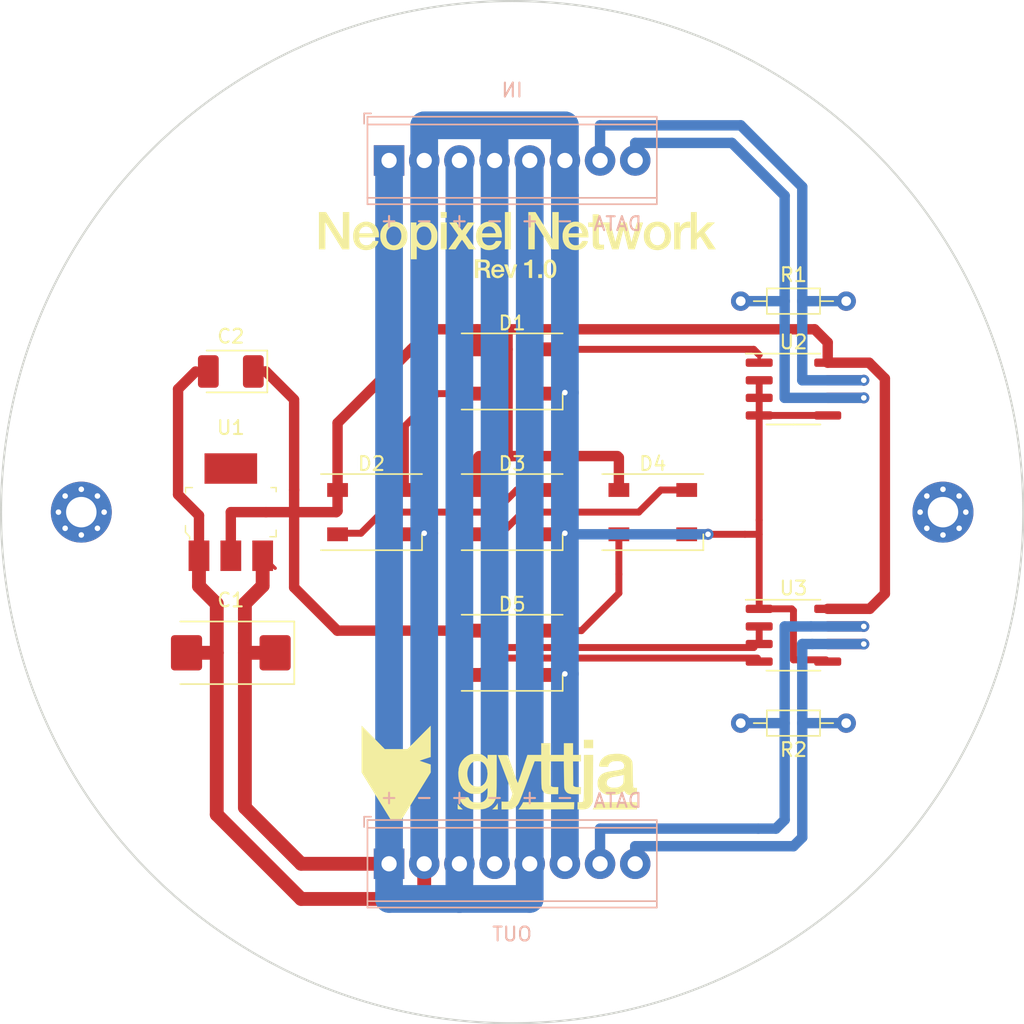
<source format=kicad_pcb>
(kicad_pcb (version 20171130) (host pcbnew "(5.1.7-0-10_14)")

  (general
    (thickness 1.6)
    (drawings 15)
    (tracks 184)
    (zones 0)
    (modules 19)
    (nets 15)
  )

  (page A4)
  (layers
    (0 F.Cu signal)
    (31 B.Cu signal)
    (32 B.Adhes user)
    (33 F.Adhes user)
    (34 B.Paste user)
    (35 F.Paste user)
    (36 B.SilkS user)
    (37 F.SilkS user)
    (38 B.Mask user)
    (39 F.Mask user)
    (40 Dwgs.User user)
    (41 Cmts.User user)
    (42 Eco1.User user)
    (43 Eco2.User user)
    (44 Edge.Cuts user)
    (45 Margin user)
    (46 B.CrtYd user)
    (47 F.CrtYd user)
    (48 B.Fab user)
    (49 F.Fab user)
  )

  (setup
    (last_trace_width 0.25)
    (trace_clearance 0.2)
    (zone_clearance 0.508)
    (zone_45_only no)
    (trace_min 0.2)
    (via_size 0.8)
    (via_drill 0.4)
    (via_min_size 0.4)
    (via_min_drill 0.3)
    (uvia_size 0.3)
    (uvia_drill 0.1)
    (uvias_allowed no)
    (uvia_min_size 0.2)
    (uvia_min_drill 0.1)
    (edge_width 0.15)
    (segment_width 0.2)
    (pcb_text_width 0.3)
    (pcb_text_size 1.5 1.5)
    (mod_edge_width 0.15)
    (mod_text_size 1 1)
    (mod_text_width 0.15)
    (pad_size 1.524 1.524)
    (pad_drill 0.762)
    (pad_to_mask_clearance 0.2)
    (aux_axis_origin 0 0)
    (grid_origin 124.85 84.04)
    (visible_elements FFFFFF7F)
    (pcbplotparams
      (layerselection 0x00030_ffffffff)
      (usegerberextensions false)
      (usegerberattributes true)
      (usegerberadvancedattributes true)
      (creategerberjobfile true)
      (excludeedgelayer true)
      (linewidth 0.100000)
      (plotframeref false)
      (viasonmask false)
      (mode 1)
      (useauxorigin false)
      (hpglpennumber 1)
      (hpglpenspeed 20)
      (hpglpendiameter 15.000000)
      (psnegative false)
      (psa4output false)
      (plotreference true)
      (plotvalue true)
      (plotinvisibletext false)
      (padsonsilk false)
      (subtractmaskfromsilk false)
      (outputformat 1)
      (mirror false)
      (drillshape 0)
      (scaleselection 1)
      (outputdirectory ""))
  )

  (net 0 "")
  (net 1 "Net-(C1-Pad2)")
  (net 2 12V)
  (net 3 "Net-(C2-Pad1)")
  (net 4 "Net-(D1-Pad4)")
  (net 5 "Net-(D1-Pad2)")
  (net 6 "Net-(D2-Pad4)")
  (net 7 "Net-(D3-Pad4)")
  (net 8 "Net-(D4-Pad4)")
  (net 9 "Net-(J1-Pad8)")
  (net 10 "Net-(J1-Pad7)")
  (net 11 "Net-(J2-Pad8)")
  (net 12 "Net-(J2-Pad7)")
  (net 13 "Net-(U1-Pad4)")
  (net 14 "Net-(D5-Pad4)")

  (net_class Default "This is the default net class."
    (clearance 0.2)
    (trace_width 0.25)
    (via_dia 0.8)
    (via_drill 0.4)
    (uvia_dia 0.3)
    (uvia_drill 0.1)
    (add_net 12V)
    (add_net "Net-(C1-Pad2)")
    (add_net "Net-(C2-Pad1)")
    (add_net "Net-(D1-Pad2)")
    (add_net "Net-(D1-Pad4)")
    (add_net "Net-(D2-Pad4)")
    (add_net "Net-(D3-Pad4)")
    (add_net "Net-(D4-Pad4)")
    (add_net "Net-(D5-Pad4)")
    (add_net "Net-(J1-Pad7)")
    (add_net "Net-(J1-Pad8)")
    (add_net "Net-(J2-Pad7)")
    (add_net "Net-(J2-Pad8)")
    (add_net "Net-(U1-Pad4)")
  )

  (net_class 100 ""
    (clearance 0.2)
    (trace_width 1)
    (via_dia 0.8)
    (via_drill 0.4)
    (uvia_dia 0.3)
    (uvia_drill 0.1)
  )

  (net_class 50 ""
    (clearance 0.2)
    (trace_width 0.5)
    (via_dia 0.8)
    (via_drill 0.4)
    (uvia_dia 0.3)
    (uvia_drill 0.1)
  )

  (net_class 75 ""
    (clearance 0.2)
    (trace_width 0.75)
    (via_dia 0.8)
    (via_drill 0.4)
    (uvia_dia 0.3)
    (uvia_drill 0.1)
  )

  (module pcb:valley-5x7 (layer F.Cu) (tedit 0) (tstamp 5F860990)
    (at 116.468 102.836)
    (fp_text reference G*** (at 0 0) (layer F.SilkS) hide
      (effects (font (size 1.524 1.524) (thickness 0.3)))
    )
    (fp_text value LOGO (at 0.75 0) (layer F.SilkS) hide
      (effects (font (size 1.524 1.524) (thickness 0.3)))
    )
    (fp_poly (pts (xy 2.496078 -3.356291) (xy 2.496379 -3.332426) (xy 2.496667 -3.293823) (xy 2.496939 -3.24144)
      (xy 2.497193 -3.176236) (xy 2.497428 -3.09917) (xy 2.49764 -3.0112) (xy 2.497829 -2.913285)
      (xy 2.49799 -2.806385) (xy 2.498124 -2.691456) (xy 2.498226 -2.56946) (xy 2.498296 -2.441353)
      (xy 2.49833 -2.308095) (xy 2.498333 -2.238115) (xy 2.498306 -1.111771) (xy 2.094432 -0.979066)
      (xy 2.016131 -0.953239) (xy 1.942833 -0.928871) (xy 1.876024 -0.906469) (xy 1.817187 -0.88654)
      (xy 1.767808 -0.869591) (xy 1.729369 -0.856128) (xy 1.703357 -0.846659) (xy 1.691254 -0.84169)
      (xy 1.690558 -0.841155) (xy 1.698205 -0.837554) (xy 1.720163 -0.829166) (xy 1.754953 -0.816511)
      (xy 1.801097 -0.800109) (xy 1.85712 -0.780479) (xy 1.921541 -0.758142) (xy 1.992885 -0.733618)
      (xy 2.069674 -0.707427) (xy 2.094385 -0.69904) (xy 2.498212 -0.562132) (xy 2.498286 -0.278358)
      (xy 2.498361 0.005417) (xy 1.459459 1.688977) (xy 0.420558 3.372537) (xy -0.412229 3.372537)
      (xy -1.451131 1.688977) (xy -2.490032 0.005417) (xy -2.490032 -1.679521) (xy -2.49002 -1.84576)
      (xy -2.489983 -2.007513) (xy -2.489923 -2.163997) (xy -2.48984 -2.314428) (xy -2.489737 -2.458022)
      (xy -2.489614 -2.593996) (xy -2.489473 -2.721566) (xy -2.489315 -2.839948) (xy -2.48914 -2.948357)
      (xy -2.488951 -3.046011) (xy -2.488749 -3.132125) (xy -2.488534 -3.205916) (xy -2.488307 -3.266599)
      (xy -2.488071 -3.313391) (xy -2.487826 -3.345508) (xy -2.487574 -3.362166) (xy -2.487438 -3.364459)
      (xy -2.481385 -3.358647) (xy -2.464286 -3.341652) (xy -2.4368 -3.314141) (xy -2.399587 -3.27678)
      (xy -2.353309 -3.230233) (xy -2.298624 -3.175166) (xy -2.236193 -3.112246) (xy -2.166676 -3.042136)
      (xy -2.090734 -2.965504) (xy -2.009027 -2.883015) (xy -1.922214 -2.795333) (xy -1.830956 -2.703125)
      (xy -1.735913 -2.607057) (xy -1.653123 -2.523345) (xy -0.821402 -1.68223) (xy 0.829731 -1.68223)
      (xy 1.661451 -2.523345) (xy 1.759178 -2.622157) (xy 1.853678 -2.717672) (xy 1.944291 -2.809222)
      (xy 2.030357 -2.896144) (xy 2.111215 -2.97777) (xy 2.186206 -3.053435) (xy 2.254668 -3.122475)
      (xy 2.315943 -3.184223) (xy 2.369369 -3.238014) (xy 2.414288 -3.283182) (xy 2.450037 -3.319062)
      (xy 2.475958 -3.344988) (xy 2.49139 -3.360295) (xy 2.495767 -3.364459) (xy 2.496078 -3.356291)) (layer F.SilkS) (width 0.01))
  )

  (module pcb:gyttja-14x7 (layer F.Cu) (tedit 0) (tstamp 5F860808)
    (at 127.39 102.836)
    (fp_text reference G*** (at 0 0) (layer F.SilkS) hide
      (effects (font (size 1.524 1.524) (thickness 0.3)))
    )
    (fp_text value LOGO (at 0.75 0) (layer F.SilkS) hide
      (effects (font (size 1.524 1.524) (thickness 0.3)))
    )
    (fp_poly (pts (xy -6.412324 2.362473) (xy -6.359166 2.427496) (xy -6.284962 2.507681) (xy -6.23187 2.560484)
      (xy -6.110265 2.676559) (xy -6.273376 2.676559) (xy -6.363369 2.673723) (xy -6.429906 2.666369)
      (xy -6.454695 2.658351) (xy -6.463886 2.623564) (xy -6.47013 2.550404) (xy -6.472038 2.46034)
      (xy -6.471172 2.280538) (xy -6.412324 2.362473)) (layer F.SilkS) (width 0.01))
    (fp_poly (pts (xy -5.016338 -1.323792) (xy -4.91176 -1.3199) (xy -4.834604 -1.31085) (xy -4.771275 -1.294545)
      (xy -4.708175 -1.268888) (xy -4.664198 -1.247852) (xy -4.560685 -1.185893) (xy -4.461693 -1.10868)
      (xy -4.411563 -1.058581) (xy -4.315268 -0.946082) (xy -4.315268 -1.256344) (xy -3.659784 -1.256344)
      (xy -3.659784 0.173799) (xy -3.660313 0.481022) (xy -3.661842 0.76617) (xy -3.664293 1.024534)
      (xy -3.667582 1.25141) (xy -3.67163 1.442091) (xy -3.676353 1.591871) (xy -3.681672 1.696044)
      (xy -3.686993 1.747411) (xy -3.757737 1.988899) (xy -3.871442 2.196969) (xy -4.026996 2.370474)
      (xy -4.223288 2.508267) (xy -4.459206 2.6092) (xy -4.546329 2.634421) (xy -4.661163 2.654415)
      (xy -4.813724 2.667512) (xy -4.987545 2.673647) (xy -5.166158 2.672759) (xy -5.333097 2.664784)
      (xy -5.471895 2.64966) (xy -5.530645 2.638179) (xy -5.759352 2.559576) (xy -5.956752 2.446798)
      (xy -6.117784 2.304543) (xy -6.237383 2.137515) (xy -6.310489 1.950413) (xy -6.320201 1.905)
      (xy -6.338819 1.802581) (xy -5.691372 1.802581) (xy -5.642599 1.913127) (xy -5.571469 2.019926)
      (xy -5.482397 2.097482) (xy -5.422679 2.13302) (xy -5.363049 2.155914) (xy -5.288025 2.169593)
      (xy -5.182127 2.177488) (xy -5.107594 2.180521) (xy -4.921502 2.181346) (xy -4.777345 2.166958)
      (xy -4.66379 2.134228) (xy -4.569501 2.080026) (xy -4.492048 2.010616) (xy -4.418474 1.921758)
      (xy -4.367487 1.826046) (xy -4.335614 1.711434) (xy -4.319379 1.565878) (xy -4.315268 1.397733)
      (xy -4.315268 1.122125) (xy -4.437514 1.252816) (xy -4.530169 1.339215) (xy -4.637711 1.421655)
      (xy -4.703804 1.463312) (xy -4.766951 1.496698) (xy -4.822325 1.519191) (xy -4.882965 1.532935)
      (xy -4.96191 1.540073) (xy -5.072199 1.542749) (xy -5.189247 1.543118) (xy -5.333778 1.542403)
      (xy -5.437892 1.538686) (xy -5.515793 1.529609) (xy -5.581683 1.512816) (xy -5.649765 1.48595)
      (xy -5.714747 1.455908) (xy -5.927269 1.327328) (xy -6.101774 1.160656) (xy -6.238633 0.955288)
      (xy -6.338216 0.71062) (xy -6.400893 0.426047) (xy -6.414457 0.314086) (xy -6.422465 0.083483)
      (xy -5.782648 0.083483) (xy -5.765646 0.309625) (xy -5.764003 0.319315) (xy -5.705701 0.551725)
      (xy -5.619025 0.737795) (xy -5.503122 0.878367) (xy -5.35714 0.974285) (xy -5.180225 1.026392)
      (xy -5.037824 1.03725) (xy -4.925819 1.034222) (xy -4.843658 1.020054) (xy -4.766772 0.988383)
      (xy -4.697407 0.949086) (xy -4.549904 0.829309) (xy -4.437626 0.668737) (xy -4.361231 0.468872)
      (xy -4.321379 0.231216) (xy -4.315268 0.079074) (xy -4.334662 -0.156504) (xy -4.391121 -0.364702)
      (xy -4.482061 -0.540323) (xy -4.604895 -0.678168) (xy -4.733642 -0.76233) (xy -4.858994 -0.802617)
      (xy -5.008494 -0.820521) (xy -5.160979 -0.815879) (xy -5.295285 -0.788524) (xy -5.347378 -0.767124)
      (xy -5.49301 -0.662493) (xy -5.612591 -0.516674) (xy -5.702882 -0.338109) (xy -5.760647 -0.135243)
      (xy -5.782648 0.083483) (xy -6.422465 0.083483) (xy -6.424609 0.021778) (xy -6.39822 -0.255423)
      (xy -6.364735 -0.409677) (xy -6.277687 -0.633532) (xy -6.146046 -0.84398) (xy -5.979219 -1.029591)
      (xy -5.786615 -1.178935) (xy -5.684678 -1.235902) (xy -5.606335 -1.272982) (xy -5.541497 -1.297968)
      (xy -5.476125 -1.313241) (xy -5.396179 -1.321186) (xy -5.28762 -1.324184) (xy -5.161935 -1.324624)
      (xy -5.016338 -1.323792)) (layer F.SilkS) (width 0.01))
    (fp_poly (pts (xy -3.577849 2.676559) (xy -3.972375 2.676559) (xy -3.844579 2.560484) (xy -3.761827 2.478007)
      (xy -3.685132 2.389538) (xy -3.647316 2.338178) (xy -3.577849 2.231947) (xy -3.577849 2.676559)) (layer F.SilkS) (width 0.01))
    (fp_poly (pts (xy 0.218495 -1.256344) (xy 1.201721 -1.256344) (xy 1.201721 -2.103011) (xy 1.857205 -2.103011)
      (xy 1.857205 -1.256344) (xy 2.430753 -1.256344) (xy 2.430753 -0.792043) (xy 1.855028 -0.792043)
      (xy 1.862944 0.084378) (xy 1.870861 0.960798) (xy 1.935338 1.01298) (xy 1.98235 1.041098)
      (xy 2.046612 1.057302) (xy 2.142607 1.064281) (xy 2.216309 1.065161) (xy 2.432803 1.065161)
      (xy 2.42495 1.317796) (xy 2.417097 1.57043) (xy 2.064811 1.578104) (xy 1.844855 1.576775)
      (xy 1.670606 1.559997) (xy 1.534546 1.52462) (xy 1.429162 1.467489) (xy 1.346936 1.385454)
      (xy 1.280354 1.275362) (xy 1.265094 1.242688) (xy 1.251936 1.208304) (xy 1.241192 1.166065)
      (xy 1.232542 1.110088) (xy 1.225667 1.034489) (xy 1.220249 0.933386) (xy 1.215966 0.800896)
      (xy 1.212501 0.631136) (xy 1.209533 0.418223) (xy 1.206884 0.170699) (xy 1.197445 -0.792043)
      (xy 0.216318 -0.792043) (xy 0.224235 0.084378) (xy 0.232151 0.960798) (xy 0.296628 1.01298)
      (xy 0.34364 1.041098) (xy 0.407902 1.057302) (xy 0.503897 1.064281) (xy 0.577599 1.065161)
      (xy 0.794093 1.065161) (xy 0.78624 1.317796) (xy 0.778388 1.57043) (xy 0.426101 1.578104)
      (xy 0.206146 1.576775) (xy 0.031896 1.559997) (xy -0.104163 1.52462) (xy -0.209548 1.467489)
      (xy -0.291774 1.385454) (xy -0.358356 1.275362) (xy -0.373615 1.242688) (xy -0.38678 1.208285)
      (xy -0.397529 1.166024) (xy -0.406181 1.110016) (xy -0.413056 1.034376) (xy -0.418474 0.933216)
      (xy -0.422755 0.80065) (xy -0.426219 0.630791) (xy -0.429186 0.417752) (xy -0.431819 0.171731)
      (xy -0.441251 -0.789979) (xy -0.678098 -0.797839) (xy -0.914946 -0.805699) (xy -1.395582 0.491613)
      (xy -1.520137 0.827456) (xy -1.62756 1.116108) (xy -1.719509 1.361667) (xy -1.797641 1.568232)
      (xy -1.863614 1.739902) (xy -1.919084 1.880775) (xy -1.965711 1.994952) (xy -2.00515 2.08653)
      (xy -2.039061 2.159608) (xy -2.069099 2.218286) (xy -2.096924 2.266661) (xy -2.124192 2.308833)
      (xy -2.139099 2.330232) (xy -2.244484 2.458494) (xy -2.359593 2.551982) (xy -2.490295 2.621816)
      (xy -2.551871 2.645349) (xy -2.621857 2.661096) (xy -2.712599 2.670492) (xy -2.836441 2.674969)
      (xy -2.956505 2.675959) (xy -3.304731 2.676559) (xy -3.304731 2.112803) (xy -3.072981 2.124967)
      (xy -2.93088 2.12621) (xy -2.822393 2.10839) (xy -2.739268 2.064636) (xy -2.673254 1.988075)
      (xy -2.6161 1.871838) (xy -2.559556 1.709053) (xy -2.554663 1.693333) (xy -2.508185 1.543118)
      (xy -3.572925 -1.242688) (xy -3.229377 -1.250367) (xy -3.097387 -1.251675) (xy -2.985614 -1.249693)
      (xy -2.905159 -1.244837) (xy -2.867125 -1.237525) (xy -2.866115 -1.236711) (xy -2.85304 -1.206976)
      (xy -2.824185 -1.13131) (xy -2.781601 -1.015415) (xy -2.727343 -0.864988) (xy -2.663462 -0.685732)
      (xy -2.59201 -0.483345) (xy -2.515042 -0.263528) (xy -2.496863 -0.211358) (xy -2.419272 0.009699)
      (xy -2.346736 0.212862) (xy -2.281276 0.392734) (xy -2.224912 0.543918) (xy -2.179663 0.661017)
      (xy -2.147549 0.738634) (xy -2.13059 0.771371) (xy -2.128915 0.771868) (xy -2.11637 0.742167)
      (xy -2.088485 0.666392) (xy -2.047254 0.550269) (xy -1.994673 0.399523) (xy -1.932735 0.219881)
      (xy -1.863434 0.017069) (xy -1.788765 -0.203187) (xy -1.772187 -0.252316) (xy -1.433871 -1.255707)
      (xy -0.93543 -1.256026) (xy -0.436989 -1.256344) (xy -0.436989 -2.103011) (xy 0.218495 -2.103011)
      (xy 0.218495 -1.256344)) (layer F.SilkS) (width 0.01))
    (fp_poly (pts (xy 1.933337 2.410269) (xy 1.925484 2.662903) (xy -0.075062 2.669908) (xy -2.075608 2.676914)
      (xy -1.978277 2.549403) (xy -1.908424 2.449403) (xy -1.840889 2.33936) (xy -1.813991 2.289763)
      (xy -1.747036 2.157634) (xy 1.94119 2.157634) (xy 1.933337 2.410269)) (layer F.SilkS) (width 0.01))
    (fp_poly (pts (xy 3.299074 0.430784) (xy 3.291076 2.117911) (xy 3.201087 2.300657) (xy 3.119692 2.438767)
      (xy 3.024987 2.540861) (xy 2.908447 2.611232) (xy 2.761547 2.654172) (xy 2.575762 2.673974)
      (xy 2.454631 2.676559) (xy 2.184947 2.676559) (xy 2.184947 2.157634) (xy 2.355646 2.157216)
      (xy 2.450695 2.153866) (xy 2.525347 2.145581) (xy 2.558776 2.136176) (xy 2.57719 2.121293)
      (xy 2.592937 2.099129) (xy 2.606225 2.065616) (xy 2.617259 2.016683) (xy 2.626246 1.948261)
      (xy 2.633392 1.856281) (xy 2.638905 1.736672) (xy 2.64299 1.585365) (xy 2.645854 1.39829)
      (xy 2.647704 1.171378) (xy 2.648746 0.900559) (xy 2.649186 0.581763) (xy 2.649248 0.353276)
      (xy 2.649248 -1.256344) (xy 3.307072 -1.256344) (xy 3.299074 0.430784)) (layer F.SilkS) (width 0.01))
    (fp_poly (pts (xy 6.472904 2.676559) (xy 3.279268 2.676559) (xy 3.357113 2.560484) (xy 3.413778 2.462391)
      (xy 3.467142 2.348439) (xy 3.485503 2.301022) (xy 3.536047 2.157634) (xy 6.472904 2.157634)
      (xy 6.472904 2.676559)) (layer F.SilkS) (width 0.01))
    (fp_poly (pts (xy 5.210289 -1.333521) (xy 5.362789 -1.320374) (xy 5.413352 -1.312043) (xy 5.63768 -1.246242)
      (xy 5.831824 -1.145079) (xy 5.989165 -1.012911) (xy 6.099759 -0.860323) (xy 6.115895 -0.828183)
      (xy 6.128935 -0.793618) (xy 6.139322 -0.750462) (xy 6.147495 -0.692551) (xy 6.153898 -0.613717)
      (xy 6.15897 -0.507795) (xy 6.163153 -0.36862) (xy 6.166888 -0.190025) (xy 6.170617 0.034154)
      (xy 6.172474 0.155734) (xy 6.177028 0.421394) (xy 6.182026 0.636522) (xy 6.187678 0.805208)
      (xy 6.194192 0.931542) (xy 6.201778 1.019615) (xy 6.210645 1.073518) (xy 6.220597 1.096954)
      (xy 6.268617 1.118104) (xy 6.34427 1.127249) (xy 6.363984 1.127023) (xy 6.472904 1.122679)
      (xy 6.472904 1.581518) (xy 6.370484 1.609962) (xy 6.291224 1.62421) (xy 6.180923 1.634464)
      (xy 6.06313 1.638553) (xy 6.060437 1.638557) (xy 5.898912 1.627067) (xy 5.776919 1.587856)
      (xy 5.68357 1.514223) (xy 5.607979 1.399464) (xy 5.581711 1.343825) (xy 5.559325 1.353185)
      (xy 5.505289 1.385836) (xy 5.453382 1.419921) (xy 5.309831 1.504455) (xy 5.160959 1.564161)
      (xy 4.992894 1.602812) (xy 4.79176 1.624183) (xy 4.683979 1.629262) (xy 4.530228 1.632651)
      (xy 4.41675 1.630145) (xy 4.329395 1.620547) (xy 4.254015 1.602663) (xy 4.214606 1.589602)
      (xy 4.006546 1.492803) (xy 3.844793 1.367155) (xy 3.72887 1.212003) (xy 3.658299 1.026697)
      (xy 3.632605 0.810583) (xy 3.632474 0.792659) (xy 3.634892 0.766455) (xy 4.287957 0.766455)
      (xy 4.294351 0.856607) (xy 4.320418 0.919116) (xy 4.369812 0.973918) (xy 4.457954 1.042804)
      (xy 4.555952 1.086301) (xy 4.677568 1.108274) (xy 4.836563 1.112589) (xy 4.861506 1.112033)
      (xy 5.001848 1.103911) (xy 5.107643 1.085748) (xy 5.198614 1.053721) (xy 5.22413 1.04174)
      (xy 5.317265 0.983757) (xy 5.40159 0.91144) (xy 5.428969 0.880241) (xy 5.461502 0.833929)
      (xy 5.483379 0.788006) (xy 5.497177 0.729863) (xy 5.505473 0.646889) (xy 5.510842 0.526477)
      (xy 5.512567 0.471111) (xy 5.521801 0.159374) (xy 5.461643 0.19157) (xy 5.413086 0.207202)
      (xy 5.322351 0.227402) (xy 5.20144 0.249804) (xy 5.062356 0.272039) (xy 5.029076 0.276878)
      (xy 4.796423 0.316939) (xy 4.613649 0.365195) (xy 4.476263 0.424615) (xy 4.37977 0.498168)
      (xy 4.319678 0.58882) (xy 4.291495 0.699541) (xy 4.287957 0.766455) (xy 3.634892 0.766455)
      (xy 3.651804 0.58325) (xy 3.711565 0.406221) (xy 3.814412 0.2545) (xy 3.847809 0.219053)
      (xy 3.938981 0.139322) (xy 4.041413 0.075135) (xy 4.164503 0.022971) (xy 4.317652 -0.020692)
      (xy 4.510258 -0.059374) (xy 4.651911 -0.082144) (xy 4.887654 -0.118008) (xy 5.07528 -0.148253)
      (xy 5.220769 -0.174835) (xy 5.3301 -0.199709) (xy 5.409252 -0.224829) (xy 5.464206 -0.252152)
      (xy 5.500939 -0.283631) (xy 5.525432 -0.321223) (xy 5.543664 -0.366882) (xy 5.546234 -0.374565)
      (xy 5.560769 -0.49809) (xy 5.526033 -0.614139) (xy 5.447335 -0.713075) (xy 5.329986 -0.785258)
      (xy 5.317201 -0.790305) (xy 5.230856 -0.809066) (xy 5.109784 -0.818265) (xy 4.972965 -0.818301)
      (xy 4.839379 -0.809568) (xy 4.728008 -0.792462) (xy 4.676274 -0.776938) (xy 4.551613 -0.705316)
      (xy 4.459312 -0.612476) (xy 4.410033 -0.509411) (xy 4.408161 -0.500485) (xy 4.391126 -0.409677)
      (xy 4.066423 -0.409677) (xy 3.919801 -0.410244) (xy 3.820945 -0.416138) (xy 3.763008 -0.433652)
      (xy 3.739141 -0.469079) (xy 3.742496 -0.528712) (xy 3.766225 -0.618844) (xy 3.781783 -0.671227)
      (xy 3.865276 -0.85853) (xy 3.995312 -1.021053) (xy 4.168023 -1.155052) (xy 4.379542 -1.256781)
      (xy 4.390839 -1.260872) (xy 4.509546 -1.291211) (xy 4.666678 -1.314438) (xy 4.846401 -1.32976)
      (xy 5.032882 -1.336385) (xy 5.210289 -1.333521)) (layer F.SilkS) (width 0.01))
    (fp_poly (pts (xy 3.304732 -1.747957) (xy 2.649248 -1.747957) (xy 2.649248 -2.348817) (xy 3.304732 -2.348817)
      (xy 3.304732 -1.747957)) (layer F.SilkS) (width 0.01))
  )

  (module pcb:neopixel-network-logo (layer F.Cu) (tedit 0) (tstamp 5F860424)
    (at 125.104 64.736)
    (fp_text reference "" (at 0 0) (layer F.SilkS) hide
      (effects (font (size 1.524 1.524) (thickness 0.3)))
    )
    (fp_text value "" (at 0.75 0) (layer F.SilkS) hide
      (effects (font (size 1.524 1.524) (thickness 0.3)))
    )
    (fp_poly (pts (xy -1.191265 1.406096) (xy -1.074204 1.447843) (xy -0.981375 1.515115) (xy -0.906218 1.609077)
      (xy -0.853777 1.720973) (xy -0.8291 1.842043) (xy -0.827852 1.875426) (xy -0.827852 1.956741)
      (xy -1.185333 1.956741) (xy -1.309425 1.956874) (xy -1.400868 1.957642) (xy -1.464644 1.959594)
      (xy -1.505734 1.963281) (xy -1.52912 1.969252) (xy -1.539781 1.978059) (xy -1.542699 1.99025)
      (xy -1.542815 1.99623) (xy -1.528252 2.063505) (xy -1.49094 2.133655) (xy -1.440442 2.190269)
      (xy -1.422024 2.203484) (xy -1.347851 2.230886) (xy -1.261537 2.237136) (xy -1.181895 2.221412)
      (xy -1.166555 2.21463) (xy -1.124331 2.182236) (xy -1.084729 2.135349) (xy -1.081888 2.130965)
      (xy -1.056079 2.09563) (xy -1.027528 2.077695) (xy -0.98272 2.071211) (xy -0.944176 2.070354)
      (xy -0.886645 2.071038) (xy -0.858578 2.076747) (xy -0.851826 2.091339) (xy -0.856286 2.111963)
      (xy -0.903324 2.211511) (xy -0.978349 2.293156) (xy -1.074884 2.354102) (xy -1.186455 2.391558)
      (xy -1.306586 2.40273) (xy -1.4288 2.384825) (xy -1.463498 2.37387) (xy -1.56264 2.327808)
      (xy -1.635692 2.265774) (xy -1.693349 2.178046) (xy -1.705047 2.154296) (xy -1.739378 2.045597)
      (xy -1.752068 1.920741) (xy -1.743116 1.794356) (xy -1.73442 1.762156) (xy -1.545452 1.762156)
      (xy -1.537743 1.784515) (xy -1.5064 1.797672) (xy -1.447427 1.804053) (xy -1.356831 1.806082)
      (xy -1.298222 1.806222) (xy -1.05363 1.806222) (xy -1.05363 1.758909) (xy -1.066859 1.714301)
      (xy -1.101178 1.660838) (xy -1.115424 1.644166) (xy -1.18925 1.588284) (xy -1.273244 1.563934)
      (xy -1.358873 1.570329) (xy -1.437607 1.606683) (xy -1.500916 1.672211) (xy -1.505947 1.680135)
      (xy -1.533522 1.728171) (xy -1.545452 1.762156) (xy -1.73442 1.762156) (xy -1.712519 1.681071)
      (xy -1.705117 1.664065) (xy -1.635432 1.555599) (xy -1.543085 1.473472) (xy -1.434196 1.419781)
      (xy -1.314883 1.396623) (xy -1.191265 1.406096)) (layer F.SilkS) (width 0.01))
    (fp_poly (pts (xy 2.65236 1.090664) (xy 2.747825 1.15402) (xy 2.82519 1.248757) (xy 2.88309 1.373694)
      (xy 2.915127 1.498064) (xy 2.933002 1.656322) (xy 2.931422 1.820638) (xy 2.911404 1.978797)
      (xy 2.873969 2.118588) (xy 2.860493 2.152801) (xy 2.796568 2.257735) (xy 2.709129 2.336781)
      (xy 2.604193 2.387372) (xy 2.487778 2.406941) (xy 2.365901 2.39292) (xy 2.326212 2.380736)
      (xy 2.240596 2.335962) (xy 2.169254 2.265431) (xy 2.107108 2.163822) (xy 2.094884 2.138328)
      (xy 2.074483 2.092465) (xy 2.060061 2.052358) (xy 2.050582 2.010129) (xy 2.045012 1.9579)
      (xy 2.042319 1.887793) (xy 2.041466 1.791931) (xy 2.041408 1.730963) (xy 2.24837 1.730963)
      (xy 2.249826 1.844113) (xy 2.254807 1.928415) (xy 2.264236 1.992562) (xy 2.279035 2.045247)
      (xy 2.282775 2.055316) (xy 2.330025 2.142202) (xy 2.390005 2.197925) (xy 2.458109 2.221023)
      (xy 2.529728 2.210036) (xy 2.600255 2.1635) (xy 2.606048 2.157863) (xy 2.651211 2.101305)
      (xy 2.682959 2.032109) (xy 2.702965 1.943706) (xy 2.712901 1.829531) (xy 2.714761 1.730963)
      (xy 2.710867 1.594884) (xy 2.698073 1.489166) (xy 2.674704 1.407243) (xy 2.63909 1.342546)
      (xy 2.606048 1.304062) (xy 2.535825 1.25444) (xy 2.46412 1.24049) (xy 2.395538 1.26075)
      (xy 2.334689 1.313759) (xy 2.286179 1.398055) (xy 2.282775 1.40661) (xy 2.266775 1.458029)
      (xy 2.256331 1.519147) (xy 2.250522 1.598657) (xy 2.248425 1.705251) (xy 2.24837 1.730963)
      (xy 2.041408 1.730963) (xy 2.041724 1.619006) (xy 2.043356 1.536854) (xy 2.047324 1.476682)
      (xy 2.054652 1.430665) (xy 2.06636 1.390981) (xy 2.08347 1.349804) (xy 2.094235 1.3265)
      (xy 2.150848 1.221555) (xy 2.210727 1.147961) (xy 2.281188 1.099657) (xy 2.36955 1.070581)
      (xy 2.412582 1.062821) (xy 2.540157 1.059871) (xy 2.65236 1.090664)) (layer F.SilkS) (width 0.01))
    (fp_poly (pts (xy -2.535296 1.056883) (xy -2.399807 1.059396) (xy -2.296106 1.062329) (xy -2.21835 1.066239)
      (xy -2.160699 1.071681) (xy -2.11731 1.079212) (xy -2.082342 1.089388) (xy -2.049953 1.102764)
      (xy -2.049081 1.103165) (xy -1.96329 1.156072) (xy -1.9065 1.225306) (xy -1.874841 1.316994)
      (xy -1.865794 1.393507) (xy -1.872678 1.516385) (xy -1.908122 1.616271) (xy -1.971597 1.691959)
      (xy -2.006492 1.716243) (xy -2.073039 1.755506) (xy -2.01631 1.779359) (xy -1.967078 1.807579)
      (xy -1.931336 1.848655) (xy -1.906258 1.909005) (xy -1.889019 1.995049) (xy -1.878472 2.092562)
      (xy -1.868955 2.179519) (xy -1.856532 2.257676) (xy -1.843159 2.315878) (xy -1.835752 2.336069)
      (xy -1.809106 2.389481) (xy -1.937355 2.389481) (xy -2.007512 2.388083) (xy -2.051639 2.379148)
      (xy -2.075918 2.355567) (xy -2.086527 2.310227) (xy -2.089647 2.23602) (xy -2.089959 2.213905)
      (xy -2.098362 2.087424) (xy -2.120777 1.992153) (xy -2.158625 1.923838) (xy -2.199412 1.886775)
      (xy -2.230566 1.868201) (xy -2.263734 1.85588) (xy -2.307301 1.848556) (xy -2.369652 1.844975)
      (xy -2.459172 1.843883) (xy -2.486338 1.843852) (xy -2.709333 1.843852) (xy -2.709333 2.389481)
      (xy -2.935111 2.389481) (xy -2.935111 1.241778) (xy -2.709333 1.241778) (xy -2.709333 1.655704)
      (xy -2.465037 1.655704) (xy -2.364909 1.655417) (xy -2.294921 1.653702) (xy -2.247583 1.649274)
      (xy -2.215406 1.640849) (xy -2.190899 1.627141) (xy -2.166575 1.606867) (xy -2.163347 1.603963)
      (xy -2.114935 1.539469) (xy -2.093068 1.464115) (xy -2.097134 1.387717) (xy -2.126521 1.320088)
      (xy -2.180617 1.271043) (xy -2.184234 1.269113) (xy -2.224574 1.255898) (xy -2.288377 1.247273)
      (xy -2.380723 1.242757) (xy -2.473214 1.241778) (xy -2.709333 1.241778) (xy -2.935111 1.241778)
      (xy -2.935111 1.050396) (xy -2.535296 1.056883)) (layer F.SilkS) (width 0.01))
    (fp_poly (pts (xy -0.714138 1.414855) (xy -0.595661 1.420518) (xy -0.471242 1.793975) (xy -0.346824 2.167432)
      (xy -0.230258 1.795945) (xy -0.194952 1.684201) (xy -0.163198 1.585171) (xy -0.136779 1.504291)
      (xy -0.117477 1.447) (xy -0.107072 1.418734) (xy -0.106017 1.416782) (xy -0.084537 1.413504)
      (xy -0.037295 1.413163) (xy 0.005332 1.414812) (xy 0.109004 1.420518) (xy -0.063091 1.904904)
      (xy -0.235185 2.389289) (xy -0.351667 2.389385) (xy -0.414242 2.387055) (xy -0.460247 2.380896)
      (xy -0.477982 2.373572) (xy -0.486839 2.352145) (xy -0.506557 2.300284) (xy -0.535293 2.222976)
      (xy -0.571204 2.125209) (xy -0.612444 2.011969) (xy -0.64669 1.917313) (xy -0.691109 1.794339)
      (xy -0.731837 1.68185) (xy -0.766966 1.585096) (xy -0.794585 1.509328) (xy -0.812787 1.4598)
      (xy -0.81909 1.443077) (xy -0.823001 1.42482) (xy -0.811209 1.415375) (xy -0.776351 1.412762)
      (xy -0.714138 1.414855)) (layer F.SilkS) (width 0.01))
    (fp_poly (pts (xy 1.185333 2.389481) (xy 0.959556 2.389481) (xy 0.959556 1.467555) (xy 0.620889 1.467555)
      (xy 0.620889 1.382889) (xy 0.622282 1.330866) (xy 0.631819 1.306232) (xy 0.657539 1.298745)
      (xy 0.687345 1.298222) (xy 0.777623 1.284633) (xy 0.865521 1.248112) (xy 0.940229 1.195029)
      (xy 0.990936 1.131753) (xy 0.998716 1.114778) (xy 1.015729 1.087784) (xy 1.046942 1.075327)
      (xy 1.100201 1.072444) (xy 1.185333 1.072444) (xy 1.185333 2.389481)) (layer F.SilkS) (width 0.01))
    (fp_poly (pts (xy 1.900296 2.389481) (xy 1.636889 2.389481) (xy 1.636889 2.126074) (xy 1.900296 2.126074)
      (xy 1.900296 2.389481)) (layer F.SilkS) (width 0.01))
    (fp_poly (pts (xy -6.426327 -1.667374) (xy -6.252079 -1.632787) (xy -6.097007 -1.565978) (xy -5.961845 -1.467437)
      (xy -5.847324 -1.337652) (xy -5.754179 -1.177114) (xy -5.706591 -1.059798) (xy -5.685527 -0.996082)
      (xy -5.671091 -0.940277) (xy -5.662043 -0.882549) (xy -5.657145 -0.813066) (xy -5.655156 -0.721992)
      (xy -5.654839 -0.649111) (xy -5.657296 -0.505684) (xy -5.666554 -0.38909) (xy -5.684911 -0.288801)
      (xy -5.714668 -0.19429) (xy -5.758124 -0.095031) (xy -5.789321 -0.033407) (xy -5.88324 0.107905)
      (xy -6.001052 0.22077) (xy -6.140327 0.303632) (xy -6.298636 0.354935) (xy -6.421316 0.371353)
      (xy -6.517142 0.373231) (xy -6.612483 0.368325) (xy -6.683389 0.358602) (xy -6.792162 0.327085)
      (xy -6.900257 0.280297) (xy -6.995828 0.22431) (xy -7.067031 0.165196) (xy -7.07262 0.159045)
      (xy -7.108577 0.120344) (xy -7.133998 0.097091) (xy -7.139647 0.094074) (xy -7.142376 0.112049)
      (xy -7.14482 0.162615) (xy -7.146873 0.240735) (xy -7.148428 0.341371) (xy -7.149377 0.459485)
      (xy -7.14963 0.564444) (xy -7.14963 1.034815) (xy -7.563555 1.034815) (xy -7.563555 -0.72716)
      (xy -7.148523 -0.72716) (xy -7.147089 -0.632323) (xy -7.145931 -0.601964) (xy -7.140906 -0.506194)
      (xy -7.133463 -0.436329) (xy -7.121125 -0.380646) (xy -7.101418 -0.327421) (xy -7.076942 -0.275188)
      (xy -7.000078 -0.153373) (xy -6.904359 -0.058564) (xy -6.794492 0.004668) (xy -6.784898 0.008349)
      (xy -6.694108 0.028088) (xy -6.587572 0.030711) (xy -6.481745 0.01716) (xy -6.393079 -0.011626)
      (xy -6.38763 -0.014347) (xy -6.278365 -0.091287) (xy -6.191472 -0.196224) (xy -6.128384 -0.325885)
      (xy -6.090536 -0.477002) (xy -6.07936 -0.646304) (xy -6.082148 -0.711166) (xy -6.1075 -0.87517)
      (xy -6.157311 -1.01808) (xy -6.228959 -1.137415) (xy -6.31982 -1.230695) (xy -6.427273 -1.295439)
      (xy -6.548694 -1.329167) (xy -6.68146 -1.329398) (xy -6.727622 -1.321637) (xy -6.851893 -1.281436)
      (xy -6.952207 -1.216424) (xy -7.031552 -1.123621) (xy -7.092913 -1.000049) (xy -7.114891 -0.935473)
      (xy -7.133615 -0.865944) (xy -7.144429 -0.80077) (xy -7.148523 -0.72716) (xy -7.563555 -0.72716)
      (xy -7.563555 -1.618074) (xy -7.168444 -1.618074) (xy -7.168444 -1.376492) (xy -7.060259 -1.483172)
      (xy -6.968815 -1.561724) (xy -6.874634 -1.615692) (xy -6.766969 -1.649609) (xy -6.63507 -1.668007)
      (xy -6.619018 -1.669249) (xy -6.426327 -1.667374)) (layer F.SilkS) (width 0.01))
    (fp_poly (pts (xy -10.668913 -1.666437) (xy -10.508738 -1.628434) (xy -10.357558 -1.561984) (xy -10.219829 -1.467819)
      (xy -10.100008 -1.346674) (xy -10.002551 -1.199282) (xy -9.984446 -1.163177) (xy -9.926058 -1.020329)
      (xy -9.892019 -0.882984) (xy -9.878442 -0.733755) (xy -9.877778 -0.685815) (xy -9.877778 -0.54563)
      (xy -11.307704 -0.54563) (xy -11.307704 -0.4926) (xy -11.298001 -0.41625) (xy -11.272594 -0.325282)
      (xy -11.237032 -0.236133) (xy -11.197417 -0.166006) (xy -11.120198 -0.084707) (xy -11.020522 -0.018074)
      (xy -10.922175 0.02145) (xy -10.833953 0.033418) (xy -10.729808 0.030036) (xy -10.62686 0.013043)
      (xy -10.542228 -0.015822) (xy -10.538897 -0.017488) (xy -10.475011 -0.060602) (xy -10.412932 -0.119762)
      (xy -10.363091 -0.18353) (xy -10.336064 -0.239889) (xy -10.329403 -0.258482) (xy -10.316166 -0.270645)
      (xy -10.289417 -0.277738) (xy -10.242224 -0.281123) (xy -10.16765 -0.282159) (xy -10.120331 -0.282222)
      (xy -10.021897 -0.281523) (xy -9.957565 -0.275967) (xy -9.923809 -0.260367) (xy -9.917101 -0.229539)
      (xy -9.933916 -0.178294) (xy -9.970727 -0.101446) (xy -9.982039 -0.07883) (xy -10.07433 0.064946)
      (xy -10.193899 0.183651) (xy -10.338549 0.275608) (xy -10.506081 0.339136) (xy -10.540639 0.34793)
      (xy -10.652959 0.3657) (xy -10.783625 0.372989) (xy -10.914763 0.369508) (xy -11.02442 0.355779)
      (xy -11.083719 0.339124) (xy -11.16019 0.310919) (xy -11.237701 0.277138) (xy -11.24079 0.275662)
      (xy -11.389347 0.184126) (xy -11.513727 0.064788) (xy -11.612133 -0.079908) (xy -11.682772 -0.247515)
      (xy -11.712955 -0.367639) (xy -11.738582 -0.584091) (xy -11.731622 -0.790542) (xy -11.724143 -0.827852)
      (xy -11.312513 -0.827852) (xy -10.811516 -0.827852) (xy -10.678637 -0.828405) (xy -10.559002 -0.829965)
      (xy -10.457491 -0.832382) (xy -10.378986 -0.835505) (xy -10.328368 -0.839184) (xy -10.310518 -0.843252)
      (xy -10.318145 -0.887049) (xy -10.337763 -0.951239) (xy -10.364481 -1.022585) (xy -10.393409 -1.087851)
      (xy -10.41585 -1.12831) (xy -10.498872 -1.222926) (xy -10.59928 -1.288447) (xy -10.71105 -1.325243)
      (xy -10.82816 -1.33368) (xy -10.944589 -1.314128) (xy -11.054313 -1.266956) (xy -11.151311 -1.192531)
      (xy -11.229561 -1.091223) (xy -11.236977 -1.078064) (xy -11.268814 -1.008965) (xy -11.293029 -0.937519)
      (xy -11.299898 -0.906745) (xy -11.312513 -0.827852) (xy -11.724143 -0.827852) (xy -11.692847 -0.983962)
      (xy -11.623029 -1.161321) (xy -11.522942 -1.31959) (xy -11.448723 -1.404085) (xy -11.310425 -1.519315)
      (xy -11.158839 -1.602433) (xy -10.99842 -1.65417) (xy -10.833626 -1.67526) (xy -10.668913 -1.666437)) (layer F.SilkS) (width 0.01))
    (fp_poly (pts (xy -8.605029 -1.660113) (xy -8.5689 -1.654127) (xy -8.398749 -1.604559) (xy -8.243668 -1.522648)
      (xy -8.107184 -1.411868) (xy -7.992824 -1.275694) (xy -7.904115 -1.117597) (xy -7.844584 -0.941051)
      (xy -7.844511 -0.940741) (xy -7.833602 -0.874849) (xy -7.825192 -0.786349) (xy -7.820542 -0.690242)
      (xy -7.820013 -0.649111) (xy -7.832438 -0.446063) (xy -7.870681 -0.267759) (xy -7.936191 -0.110273)
      (xy -8.030415 0.030323) (xy -8.098187 0.105072) (xy -8.237899 0.218747) (xy -8.397988 0.302559)
      (xy -8.574777 0.355586) (xy -8.76459 0.376902) (xy -8.96375 0.365583) (xy -9.063799 0.347808)
      (xy -9.232264 0.2926) (xy -9.383641 0.205224) (xy -9.515286 0.088262) (xy -9.624556 -0.055706)
      (xy -9.708807 -0.224099) (xy -9.7391 -0.311248) (xy -9.759231 -0.407664) (xy -9.771028 -0.528222)
      (xy -9.774195 -0.649111) (xy -9.350407 -0.649111) (xy -9.343939 -0.560816) (xy -9.326784 -0.459581)
      (xy -9.302311 -0.360749) (xy -9.273892 -0.279666) (xy -9.265233 -0.261351) (xy -9.221427 -0.194)
      (xy -9.161578 -0.123679) (xy -9.097178 -0.062597) (xy -9.042054 -0.024152) (xy -8.909817 0.024341)
      (xy -8.773978 0.035935) (xy -8.638023 0.010355) (xy -8.632138 0.008386) (xy -8.514004 -0.051218)
      (xy -8.415596 -0.142233) (xy -8.337783 -0.263509) (xy -8.281432 -0.413893) (xy -8.266043 -0.477406)
      (xy -8.247433 -0.634261) (xy -8.259227 -0.792766) (xy -8.301026 -0.95899) (xy -8.358448 -1.081379)
      (xy -8.44063 -1.182652) (xy -8.541876 -1.260253) (xy -8.656493 -1.311624) (xy -8.778785 -1.33421)
      (xy -8.903058 -1.325456) (xy -9.023066 -1.283089) (xy -9.10285 -1.229069) (xy -9.181571 -1.154462)
      (xy -9.245202 -1.073381) (xy -9.264224 -1.040452) (xy -9.294589 -0.962736) (xy -9.321385 -0.863391)
      (xy -9.341086 -0.758413) (xy -9.350171 -0.663803) (xy -9.350407 -0.649111) (xy -9.774195 -0.649111)
      (xy -9.774491 -0.660371) (xy -9.769621 -0.79156) (xy -9.756417 -0.909235) (xy -9.739091 -0.987778)
      (xy -9.670781 -1.159019) (xy -9.576076 -1.312373) (xy -9.459182 -1.442537) (xy -9.324304 -1.544206)
      (xy -9.277155 -1.570302) (xy -9.129813 -1.627255) (xy -8.961687 -1.662036) (xy -8.783264 -1.673402)
      (xy -8.605029 -1.660113)) (layer F.SilkS) (width 0.01))
    (fp_poly (pts (xy -1.788321 -1.666437) (xy -1.628146 -1.628434) (xy -1.476966 -1.561984) (xy -1.339237 -1.467819)
      (xy -1.219415 -1.346674) (xy -1.121959 -1.199282) (xy -1.103853 -1.163177) (xy -1.045466 -1.020329)
      (xy -1.011426 -0.882984) (xy -0.997849 -0.733755) (xy -0.997185 -0.685815) (xy -0.997185 -0.54563)
      (xy -2.427111 -0.54563) (xy -2.427111 -0.4926) (xy -2.417409 -0.41625) (xy -2.392001 -0.325282)
      (xy -2.356439 -0.236133) (xy -2.316825 -0.166006) (xy -2.239606 -0.084707) (xy -2.139929 -0.018074)
      (xy -2.041583 0.02145) (xy -1.953361 0.033418) (xy -1.849216 0.030036) (xy -1.746268 0.013043)
      (xy -1.661635 -0.015822) (xy -1.658305 -0.017488) (xy -1.594418 -0.060602) (xy -1.53234 -0.119762)
      (xy -1.482499 -0.18353) (xy -1.455472 -0.239889) (xy -1.44881 -0.258482) (xy -1.435573 -0.270645)
      (xy -1.408825 -0.277738) (xy -1.361631 -0.281123) (xy -1.287058 -0.282159) (xy -1.239738 -0.282222)
      (xy -1.141304 -0.281523) (xy -1.076973 -0.275967) (xy -1.043216 -0.260367) (xy -1.036509 -0.229539)
      (xy -1.053324 -0.178294) (xy -1.090135 -0.101446) (xy -1.101447 -0.07883) (xy -1.193737 0.064946)
      (xy -1.313307 0.183651) (xy -1.457957 0.275608) (xy -1.625488 0.339136) (xy -1.660047 0.34793)
      (xy -1.772366 0.3657) (xy -1.903033 0.372989) (xy -2.03417 0.369508) (xy -2.143827 0.355779)
      (xy -2.203127 0.339124) (xy -2.279597 0.310919) (xy -2.357109 0.277138) (xy -2.360197 0.275662)
      (xy -2.508754 0.184126) (xy -2.633134 0.064788) (xy -2.731541 -0.079908) (xy -2.802179 -0.247515)
      (xy -2.832363 -0.367639) (xy -2.85799 -0.584091) (xy -2.851029 -0.790542) (xy -2.84355 -0.827852)
      (xy -2.43192 -0.827852) (xy -1.930923 -0.827852) (xy -1.798045 -0.828405) (xy -1.678409 -0.829965)
      (xy -1.576898 -0.832382) (xy -1.498393 -0.835505) (xy -1.447776 -0.839184) (xy -1.429926 -0.843252)
      (xy -1.437552 -0.887049) (xy -1.45717 -0.951239) (xy -1.483889 -1.022585) (xy -1.512817 -1.087851)
      (xy -1.535258 -1.12831) (xy -1.61828 -1.222926) (xy -1.718687 -1.288447) (xy -1.830457 -1.325243)
      (xy -1.947568 -1.33368) (xy -2.063996 -1.314128) (xy -2.173721 -1.266956) (xy -2.270719 -1.192531)
      (xy -2.348968 -1.091223) (xy -2.356385 -1.078064) (xy -2.388221 -1.008965) (xy -2.412436 -0.937519)
      (xy -2.419305 -0.906745) (xy -2.43192 -0.827852) (xy -2.84355 -0.827852) (xy -2.812254 -0.983962)
      (xy -2.742437 -1.161321) (xy -2.64235 -1.31959) (xy -2.568131 -1.404085) (xy -2.429833 -1.519315)
      (xy -2.278246 -1.602433) (xy -2.117827 -1.65417) (xy -1.953033 -1.67526) (xy -1.788321 -1.666437)) (layer F.SilkS) (width 0.01))
    (fp_poly (pts (xy 4.458198 -1.666437) (xy 4.618373 -1.628434) (xy 4.769553 -1.561984) (xy 4.907282 -1.467819)
      (xy 5.027103 -1.346674) (xy 5.12456 -1.199282) (xy 5.142665 -1.163177) (xy 5.201053 -1.020329)
      (xy 5.235092 -0.882984) (xy 5.248669 -0.733755) (xy 5.249333 -0.685815) (xy 5.249333 -0.54563)
      (xy 3.819408 -0.54563) (xy 3.819408 -0.4926) (xy 3.82911 -0.41625) (xy 3.854517 -0.325282)
      (xy 3.89008 -0.236133) (xy 3.929694 -0.166006) (xy 4.006913 -0.084707) (xy 4.106589 -0.018074)
      (xy 4.204936 0.02145) (xy 4.293158 0.033418) (xy 4.397303 0.030036) (xy 4.500251 0.013043)
      (xy 4.584883 -0.015822) (xy 4.588214 -0.017488) (xy 4.6521 -0.060602) (xy 4.714179 -0.119762)
      (xy 4.76402 -0.18353) (xy 4.791047 -0.239889) (xy 4.797708 -0.258482) (xy 4.810946 -0.270645)
      (xy 4.837694 -0.277738) (xy 4.884887 -0.281123) (xy 4.959461 -0.282159) (xy 5.006781 -0.282222)
      (xy 5.105214 -0.281523) (xy 5.169546 -0.275967) (xy 5.203302 -0.260367) (xy 5.21001 -0.229539)
      (xy 5.193195 -0.178294) (xy 5.156384 -0.101446) (xy 5.145072 -0.07883) (xy 5.052781 0.064946)
      (xy 4.933212 0.183651) (xy 4.788562 0.275608) (xy 4.62103 0.339136) (xy 4.586472 0.34793)
      (xy 4.474152 0.3657) (xy 4.343486 0.372989) (xy 4.212348 0.369508) (xy 4.102692 0.355779)
      (xy 4.043392 0.339124) (xy 3.966921 0.310919) (xy 3.88941 0.277138) (xy 3.886321 0.275662)
      (xy 3.737764 0.184126) (xy 3.613385 0.064788) (xy 3.514978 -0.079908) (xy 3.444339 -0.247515)
      (xy 3.414156 -0.367639) (xy 3.388529 -0.584091) (xy 3.395489 -0.790542) (xy 3.402968 -0.827852)
      (xy 3.814598 -0.827852) (xy 4.315595 -0.827852) (xy 4.448474 -0.828405) (xy 4.568109 -0.829965)
      (xy 4.66962 -0.832382) (xy 4.748125 -0.835505) (xy 4.798743 -0.839184) (xy 4.816593 -0.843252)
      (xy 4.808966 -0.887049) (xy 4.789349 -0.951239) (xy 4.76263 -1.022585) (xy 4.733702 -1.087851)
      (xy 4.711261 -1.12831) (xy 4.628239 -1.222926) (xy 4.527832 -1.288447) (xy 4.416062 -1.325243)
      (xy 4.298951 -1.33368) (xy 4.182522 -1.314128) (xy 4.072798 -1.266956) (xy 3.9758 -1.192531)
      (xy 3.89755 -1.091223) (xy 3.890134 -1.078064) (xy 3.858297 -1.008965) (xy 3.834082 -0.937519)
      (xy 3.827214 -0.906745) (xy 3.814598 -0.827852) (xy 3.402968 -0.827852) (xy 3.434264 -0.983962)
      (xy 3.504082 -1.161321) (xy 3.604169 -1.31959) (xy 3.678388 -1.404085) (xy 3.816686 -1.519315)
      (xy 3.968273 -1.602433) (xy 4.128691 -1.65417) (xy 4.293485 -1.67526) (xy 4.458198 -1.666437)) (layer F.SilkS) (width 0.01))
    (fp_poly (pts (xy 10.435563 -1.660113) (xy 10.471693 -1.654127) (xy 10.641844 -1.604559) (xy 10.796925 -1.522648)
      (xy 10.933409 -1.411868) (xy 11.047768 -1.275694) (xy 11.136477 -1.117597) (xy 11.196008 -0.941051)
      (xy 11.196082 -0.940741) (xy 11.206991 -0.874849) (xy 11.215401 -0.786349) (xy 11.22005 -0.690242)
      (xy 11.22058 -0.649111) (xy 11.208154 -0.446063) (xy 11.169911 -0.267759) (xy 11.104402 -0.110273)
      (xy 11.010177 0.030323) (xy 10.942406 0.105072) (xy 10.802694 0.218747) (xy 10.642605 0.302559)
      (xy 10.465815 0.355586) (xy 10.276002 0.376902) (xy 10.076843 0.365583) (xy 9.976794 0.347808)
      (xy 9.808329 0.2926) (xy 9.656952 0.205224) (xy 9.525306 0.088262) (xy 9.416036 -0.055706)
      (xy 9.331786 -0.224099) (xy 9.301492 -0.311248) (xy 9.281361 -0.407664) (xy 9.269565 -0.528222)
      (xy 9.266397 -0.649111) (xy 9.690186 -0.649111) (xy 9.696653 -0.560816) (xy 9.713809 -0.459581)
      (xy 9.738281 -0.360749) (xy 9.7667 -0.279666) (xy 9.77536 -0.261351) (xy 9.819166 -0.194)
      (xy 9.879014 -0.123679) (xy 9.943414 -0.062597) (xy 9.998538 -0.024152) (xy 10.130775 0.024341)
      (xy 10.266615 0.035935) (xy 10.402569 0.010355) (xy 10.408455 0.008386) (xy 10.526589 -0.051218)
      (xy 10.624996 -0.142233) (xy 10.702809 -0.263509) (xy 10.75916 -0.413893) (xy 10.77455 -0.477406)
      (xy 10.79316 -0.634261) (xy 10.781366 -0.792766) (xy 10.739566 -0.95899) (xy 10.682144 -1.081379)
      (xy 10.599963 -1.182652) (xy 10.498716 -1.260253) (xy 10.384099 -1.311624) (xy 10.261807 -1.33421)
      (xy 10.137534 -1.325456) (xy 10.017527 -1.283089) (xy 9.937743 -1.229069) (xy 9.859022 -1.154462)
      (xy 9.795391 -1.073381) (xy 9.776369 -1.040452) (xy 9.746003 -0.962736) (xy 9.719208 -0.863391)
      (xy 9.699506 -0.758413) (xy 9.690422 -0.663803) (xy 9.690186 -0.649111) (xy 9.266397 -0.649111)
      (xy 9.266101 -0.660371) (xy 9.270972 -0.79156) (xy 9.284176 -0.909235) (xy 9.301502 -0.987778)
      (xy 9.369812 -1.159019) (xy 9.464517 -1.312373) (xy 9.581411 -1.442537) (xy 9.716289 -1.544206)
      (xy 9.763438 -1.570302) (xy 9.91078 -1.627255) (xy 10.078905 -1.662036) (xy 10.257329 -1.673402)
      (xy 10.435563 -1.660113)) (layer F.SilkS) (width 0.01))
    (fp_poly (pts (xy 6.001926 -1.618074) (xy 6.828327 -1.618074) (xy 6.846819 -1.547519) (xy 6.855906 -1.512738)
      (xy 6.87322 -1.446373) (xy 6.8975 -1.353254) (xy 6.927488 -1.238212) (xy 6.961924 -1.106077)
      (xy 6.99955 -0.961679) (xy 7.027063 -0.856074) (xy 7.065659 -0.708286) (xy 7.101581 -0.571435)
      (xy 7.13365 -0.449954) (xy 7.16069 -0.348276) (xy 7.181522 -0.270834) (xy 7.194968 -0.222061)
      (xy 7.199498 -0.206963) (xy 7.206302 -0.218223) (xy 7.221193 -0.262287) (xy 7.243128 -0.335453)
      (xy 7.271065 -0.43402) (xy 7.30396 -0.554286) (xy 7.340773 -0.692549) (xy 7.380459 -0.845108)
      (xy 7.392921 -0.893704) (xy 7.575662 -1.608667) (xy 7.794879 -1.613963) (xy 7.888477 -1.615936)
      (xy 7.951124 -1.615748) (xy 7.989483 -1.612305) (xy 8.010216 -1.604516) (xy 8.019987 -1.591288)
      (xy 8.024323 -1.576334) (xy 8.071008 -1.380851) (xy 8.117041 -1.188997) (xy 8.161582 -1.004218)
      (xy 8.203787 -0.829956) (xy 8.242814 -0.669659) (xy 8.277819 -0.526769) (xy 8.30796 -0.404733)
      (xy 8.332394 -0.306995) (xy 8.350279 -0.236999) (xy 8.360773 -0.198192) (xy 8.363128 -0.191342)
      (xy 8.372814 -0.200838) (xy 8.382319 -0.228262) (xy 8.389812 -0.256188) (xy 8.406047 -0.316041)
      (xy 8.429832 -0.403452) (xy 8.459977 -0.514052) (xy 8.495292 -0.643472) (xy 8.534585 -0.787344)
      (xy 8.576513 -0.940741) (xy 8.75915 -1.608667) (xy 8.981258 -1.61398) (xy 9.075496 -1.615838)
      (xy 9.138044 -1.615524) (xy 9.174819 -1.612248) (xy 9.191737 -1.605222) (xy 9.194712 -1.593655)
      (xy 9.192768 -1.585758) (xy 9.151961 -1.456492) (xy 9.1062 -1.311252) (xy 9.056668 -1.153819)
      (xy 9.004548 -0.987969) (xy 8.951023 -0.817481) (xy 8.897276 -0.646134) (xy 8.84449 -0.477704)
      (xy 8.793849 -0.31597) (xy 8.746536 -0.164711) (xy 8.703733 -0.027705) (xy 8.666624 0.091271)
      (xy 8.636392 0.188438) (xy 8.61422 0.260019) (xy 8.601292 0.302234) (xy 8.59837 0.312336)
      (xy 8.58077 0.315242) (xy 8.532824 0.317625) (xy 8.461815 0.319243) (xy 8.375027 0.319851)
      (xy 8.373318 0.319852) (xy 8.148265 0.319852) (xy 8.129642 0.249296) (xy 8.120691 0.214308)
      (xy 8.103914 0.147695) (xy 8.080537 0.054357) (xy 8.051782 -0.060805) (xy 8.018875 -0.192891)
      (xy 7.983038 -0.337002) (xy 7.959265 -0.432741) (xy 7.92256 -0.579968) (xy 7.888199 -0.716512)
      (xy 7.857351 -0.83782) (xy 7.831187 -0.939341) (xy 7.810879 -1.01652) (xy 7.797595 -1.064805)
      (xy 7.793174 -1.078808) (xy 7.784771 -1.07118) (xy 7.768495 -1.026882) (xy 7.74438 -0.946033)
      (xy 7.712458 -0.828751) (xy 7.672763 -0.675157) (xy 7.625327 -0.48537) (xy 7.603563 -0.396771)
      (xy 7.428291 0.319852) (xy 6.969438 0.319852) (xy 6.38763 -1.552222) (xy 6.382066 -1.425222)
      (xy 6.376503 -1.298222) (xy 6.001926 -1.298222) (xy 6.001926 -0.715848) (xy 6.002621 -0.5194)
      (xy 6.004719 -0.360022) (xy 6.008238 -0.237181) (xy 6.013195 -0.150343) (xy 6.01961 -0.098974)
      (xy 6.023181 -0.086824) (xy 6.065611 -0.036744) (xy 6.137599 -0.008613) (xy 6.239749 -0.002224)
      (xy 6.26529 -0.00364) (xy 6.378222 -0.011809) (xy 6.378222 0.314928) (xy 6.307667 0.32659)
      (xy 6.235163 0.333762) (xy 6.141905 0.336438) (xy 6.041646 0.334897) (xy 5.948142 0.329415)
      (xy 5.875145 0.320269) (xy 5.862495 0.317627) (xy 5.751302 0.275221) (xy 5.664972 0.207167)
      (xy 5.620341 0.143919) (xy 5.609414 0.122337) (xy 5.600537 0.099914) (xy 5.593456 0.072613)
      (xy 5.58792 0.036396) (xy 5.583676 -0.012772) (xy 5.580471 -0.078929) (xy 5.578054 -0.166112)
      (xy 5.576172 -0.278356) (xy 5.574572 -0.419699) (xy 5.573002 -0.594178) (xy 5.572816 -0.616185)
      (xy 5.567038 -1.298222) (xy 5.249333 -1.298222) (xy 5.249333 -1.618074) (xy 5.569185 -1.618074)
      (xy 5.569185 -2.201334) (xy 6.001926 -2.201334) (xy 6.001926 -1.618074)) (layer F.SilkS) (width 0.01))
    (fp_poly (pts (xy -13.087886 -1.379652) (xy -12.474222 -0.388638) (xy -12.474222 -2.370667) (xy -12.022667 -2.370667)
      (xy -12.022667 0.319852) (xy -12.522124 0.319852) (xy -13.744222 -1.654222) (xy -13.753962 0.319852)
      (xy -14.205185 0.319852) (xy -14.205185 -2.370667) (xy -13.70155 -2.370667) (xy -13.087886 -1.379652)) (layer F.SilkS) (width 0.01))
    (fp_poly (pts (xy -4.985926 0.319852) (xy -5.399852 0.319852) (xy -5.399852 -1.618074) (xy -4.985926 -1.618074)
      (xy -4.985926 0.319852)) (layer F.SilkS) (width 0.01))
    (fp_poly (pts (xy -4.079208 -1.327093) (xy -4.017504 -1.23532) (xy -3.962727 -1.155367) (xy -3.91832 -1.092138)
      (xy -3.887728 -1.050535) (xy -3.874398 -1.035463) (xy -3.860682 -1.049899) (xy -3.828987 -1.090467)
      (xy -3.782842 -1.152426) (xy -3.725778 -1.23103) (xy -3.661323 -1.321537) (xy -3.658027 -1.326209)
      (xy -3.452518 -1.617603) (xy -3.203222 -1.617838) (xy -3.111299 -1.617542) (xy -3.034658 -1.616563)
      (xy -2.980219 -1.615047) (xy -2.954902 -1.613137) (xy -2.953926 -1.612659) (xy -2.964683 -1.596765)
      (xy -2.995101 -1.554469) (xy -3.042396 -1.48957) (xy -3.103787 -1.40587) (xy -3.176489 -1.307171)
      (xy -3.257722 -1.197273) (xy -3.281028 -1.165807) (xy -3.363699 -1.053014) (xy -3.437768 -0.949588)
      (xy -3.500566 -0.85945) (xy -3.549423 -0.786521) (xy -3.581667 -0.734721) (xy -3.594628 -0.707974)
      (xy -3.594476 -0.705556) (xy -3.537605 -0.626776) (xy -3.470375 -0.532955) (xy -3.395741 -0.428288)
      (xy -3.31666 -0.316969) (xy -3.236091 -0.203191) (xy -3.156989 -0.09115) (xy -3.082312 0.014962)
      (xy -3.015017 0.110948) (xy -2.958061 0.192616) (xy -2.914401 0.255772) (xy -2.886993 0.29622)
      (xy -2.878667 0.309725) (xy -2.896338 0.313432) (xy -2.944809 0.315851) (xy -3.01727 0.316824)
      (xy -3.106907 0.316194) (xy -3.135591 0.315679) (xy -3.392516 0.310444) (xy -3.625206 -0.028222)
      (xy -3.693934 -0.127508) (xy -3.756013 -0.215775) (xy -3.808155 -0.288467) (xy -3.847075 -0.341023)
      (xy -3.869485 -0.368886) (xy -3.873141 -0.372114) (xy -3.887494 -0.358666) (xy -3.919256 -0.318104)
      (xy -3.965266 -0.254822) (xy -4.022363 -0.173214) (xy -4.087386 -0.077677) (xy -4.120098 -0.028744)
      (xy -4.351809 0.319852) (xy -4.604126 0.319852) (xy -4.709027 0.319108) (xy -4.78072 0.316587)
      (xy -4.823601 0.311855) (xy -4.842067 0.304477) (xy -4.842189 0.296333) (xy -4.82796 0.275656)
      (xy -4.794528 0.228423) (xy -4.744718 0.158584) (xy -4.681357 0.070089) (xy -4.607271 -0.03311)
      (xy -4.525285 -0.147062) (xy -4.492552 -0.192493) (xy -4.408425 -0.309607) (xy -4.331355 -0.417654)
      (xy -4.264137 -0.512658) (xy -4.209564 -0.590642) (xy -4.17043 -0.64763) (xy -4.149528 -0.679646)
      (xy -4.146945 -0.684443) (xy -4.15545 -0.704457) (xy -4.183222 -0.750389) (xy -4.227198 -0.817866)
      (xy -4.284319 -0.902516) (xy -4.351522 -0.999966) (xy -4.425748 -1.105845) (xy -4.503935 -1.21578)
      (xy -4.583023 -1.325399) (xy -4.65995 -1.430329) (xy -4.731655 -1.526197) (xy -4.78408 -1.594556)
      (xy -4.784079 -1.604123) (xy -4.76386 -1.610843) (xy -4.719079 -1.615133) (xy -4.645396 -1.617405)
      (xy -4.538468 -1.618074) (xy -4.273157 -1.618074) (xy -4.079208 -1.327093)) (layer F.SilkS) (width 0.01))
    (fp_poly (pts (xy -0.357481 0.319852) (xy -0.771407 0.319852) (xy -0.771407 -2.370667) (xy -0.357481 -2.370667)
      (xy -0.357481 0.319852)) (layer F.SilkS) (width 0.01))
    (fp_poly (pts (xy 2.039225 -1.379652) (xy 2.652889 -0.388638) (xy 2.652889 -2.370667) (xy 3.104445 -2.370667)
      (xy 3.104445 0.319852) (xy 2.604987 0.319852) (xy 1.382889 -1.654222) (xy 1.373149 0.319852)
      (xy 0.921926 0.319852) (xy 0.921926 -2.370667) (xy 1.425561 -2.370667) (xy 2.039225 -1.379652)) (layer F.SilkS) (width 0.01))
    (fp_poly (pts (xy 12.605926 -1.251053) (xy 12.441296 -1.251028) (xy 12.32225 -1.244642) (xy 12.228451 -1.222522)
      (xy 12.149232 -1.180161) (xy 12.073923 -1.113054) (xy 12.048477 -1.085127) (xy 12.009944 -1.039763)
      (xy 11.978812 -0.99744) (xy 11.954234 -0.953551) (xy 11.935365 -0.903491) (xy 11.921362 -0.842656)
      (xy 11.911379 -0.766439) (xy 11.904571 -0.670235) (xy 11.900093 -0.54944) (xy 11.897101 -0.399447)
      (xy 11.895138 -0.249296) (xy 11.88848 0.319852) (xy 11.458222 0.319852) (xy 11.458222 -1.618074)
      (xy 11.851921 -1.618074) (xy 11.862741 -1.27) (xy 11.914184 -1.35751) (xy 12.007158 -1.48016)
      (xy 12.123601 -1.575002) (xy 12.259183 -1.639588) (xy 12.409574 -1.671469) (xy 12.474928 -1.674519)
      (xy 12.605926 -1.674519) (xy 12.605926 -1.251053)) (layer F.SilkS) (width 0.01))
    (fp_poly (pts (xy 13.076296 -0.837595) (xy 13.466868 -1.227835) (xy 13.85744 -1.618074) (xy 14.383926 -1.616792)
      (xy 14.021005 -1.264655) (xy 13.92501 -1.170975) (xy 13.838599 -1.085615) (xy 13.765272 -1.012117)
      (xy 13.708532 -0.954025) (xy 13.67188 -0.914882) (xy 13.658819 -0.898232) (xy 13.65882 -0.898187)
      (xy 13.669086 -0.879829) (xy 13.698019 -0.833726) (xy 13.743327 -0.763387) (xy 13.80272 -0.672321)
      (xy 13.87391 -0.564037) (xy 13.954604 -0.442044) (xy 14.042514 -0.309851) (xy 14.054667 -0.29163)
      (xy 14.14329 -0.158549) (xy 14.224979 -0.035405) (xy 14.297454 0.074325) (xy 14.358432 0.167167)
      (xy 14.405633 0.239646) (xy 14.436776 0.288288) (xy 14.449579 0.309618) (xy 14.449778 0.310223)
      (xy 14.432093 0.313705) (xy 14.383558 0.316627) (xy 14.310949 0.318736) (xy 14.221043 0.319782)
      (xy 14.1899 0.319852) (xy 13.930023 0.319852) (xy 13.641123 -0.141111) (xy 13.566605 -0.258901)
      (xy 13.49778 -0.365576) (xy 13.437335 -0.457141) (xy 13.387955 -0.529599) (xy 13.352327 -0.578953)
      (xy 13.333136 -0.601209) (xy 13.331309 -0.602074) (xy 13.309455 -0.589479) (xy 13.2689 -0.555824)
      (xy 13.216884 -0.507308) (xy 13.193345 -0.483975) (xy 13.076296 -0.365877) (xy 13.076296 0.319852)
      (xy 12.66237 0.319852) (xy 12.66237 -2.370667) (xy 13.076296 -2.370667) (xy 13.076296 -0.837595)) (layer F.SilkS) (width 0.01))
    (fp_poly (pts (xy -4.985926 -1.956741) (xy -5.399852 -1.956741) (xy -5.399852 -2.370667) (xy -4.985926 -2.370667)
      (xy -4.985926 -1.956741)) (layer F.SilkS) (width 0.01))
  )

  (module Package_SO:SOIC-8_3.9x4.9mm_P1.27mm (layer F.Cu) (tedit 5D9F72B1) (tstamp 5F7A7064)
    (at 145.17 92.93)
    (descr "SOIC, 8 Pin (JEDEC MS-012AA, https://www.analog.com/media/en/package-pcb-resources/package/pkg_pdf/soic_narrow-r/r_8.pdf), generated with kicad-footprint-generator ipc_gullwing_generator.py")
    (tags "SOIC SO")
    (path /5F7D5E56)
    (attr smd)
    (fp_text reference U3 (at 0 -3.4) (layer F.SilkS)
      (effects (font (size 1 1) (thickness 0.15)))
    )
    (fp_text value SN65176BDR (at 0 3.4) (layer F.Fab) hide
      (effects (font (size 1 1) (thickness 0.15)))
    )
    (fp_line (start 3.7 -2.7) (end -3.7 -2.7) (layer F.CrtYd) (width 0.05))
    (fp_line (start 3.7 2.7) (end 3.7 -2.7) (layer F.CrtYd) (width 0.05))
    (fp_line (start -3.7 2.7) (end 3.7 2.7) (layer F.CrtYd) (width 0.05))
    (fp_line (start -3.7 -2.7) (end -3.7 2.7) (layer F.CrtYd) (width 0.05))
    (fp_line (start -1.95 -1.475) (end -0.975 -2.45) (layer F.Fab) (width 0.1))
    (fp_line (start -1.95 2.45) (end -1.95 -1.475) (layer F.Fab) (width 0.1))
    (fp_line (start 1.95 2.45) (end -1.95 2.45) (layer F.Fab) (width 0.1))
    (fp_line (start 1.95 -2.45) (end 1.95 2.45) (layer F.Fab) (width 0.1))
    (fp_line (start -0.975 -2.45) (end 1.95 -2.45) (layer F.Fab) (width 0.1))
    (fp_line (start 0 -2.56) (end -3.45 -2.56) (layer F.SilkS) (width 0.12))
    (fp_line (start 0 -2.56) (end 1.95 -2.56) (layer F.SilkS) (width 0.12))
    (fp_line (start 0 2.56) (end -1.95 2.56) (layer F.SilkS) (width 0.12))
    (fp_line (start 0 2.56) (end 1.95 2.56) (layer F.SilkS) (width 0.12))
    (fp_text user %R (at 0 0) (layer F.Fab) hide
      (effects (font (size 0.98 0.98) (thickness 0.15)))
    )
    (pad 8 smd roundrect (at 2.475 -1.905) (size 1.95 0.6) (layers F.Cu F.Paste F.Mask) (roundrect_rratio 0.25)
      (net 3 "Net-(C2-Pad1)"))
    (pad 7 smd roundrect (at 2.475 -0.635) (size 1.95 0.6) (layers F.Cu F.Paste F.Mask) (roundrect_rratio 0.25)
      (net 12 "Net-(J2-Pad7)"))
    (pad 6 smd roundrect (at 2.475 0.635) (size 1.95 0.6) (layers F.Cu F.Paste F.Mask) (roundrect_rratio 0.25)
      (net 11 "Net-(J2-Pad8)"))
    (pad 5 smd roundrect (at 2.475 1.905) (size 1.95 0.6) (layers F.Cu F.Paste F.Mask) (roundrect_rratio 0.25)
      (net 1 "Net-(C1-Pad2)"))
    (pad 4 smd roundrect (at -2.475 1.905) (size 1.95 0.6) (layers F.Cu F.Paste F.Mask) (roundrect_rratio 0.25)
      (net 14 "Net-(D5-Pad4)"))
    (pad 3 smd roundrect (at -2.475 0.635) (size 1.95 0.6) (layers F.Cu F.Paste F.Mask) (roundrect_rratio 0.25)
      (net 3 "Net-(C2-Pad1)"))
    (pad 2 smd roundrect (at -2.475 -0.635) (size 1.95 0.6) (layers F.Cu F.Paste F.Mask) (roundrect_rratio 0.25)
      (net 3 "Net-(C2-Pad1)"))
    (pad 1 smd roundrect (at -2.475 -1.905) (size 1.95 0.6) (layers F.Cu F.Paste F.Mask) (roundrect_rratio 0.25)
      (net 1 "Net-(C1-Pad2)"))
    (model ${KISYS3DMOD}/Package_SO.3dshapes/SOIC-8_3.9x4.9mm_P1.27mm.wrl
      (at (xyz 0 0 0))
      (scale (xyz 1 1 1))
      (rotate (xyz 0 0 0))
    )
  )

  (module Package_SO:SOIC-8_3.9x4.9mm_P1.27mm (layer F.Cu) (tedit 5D9F72B1) (tstamp 5F7A7048)
    (at 145.17 75.15)
    (descr "SOIC, 8 Pin (JEDEC MS-012AA, https://www.analog.com/media/en/package-pcb-resources/package/pkg_pdf/soic_narrow-r/r_8.pdf), generated with kicad-footprint-generator ipc_gullwing_generator.py")
    (tags "SOIC SO")
    (path /5F79CF78)
    (attr smd)
    (fp_text reference U2 (at 0 -3.4) (layer F.SilkS)
      (effects (font (size 1 1) (thickness 0.15)))
    )
    (fp_text value SN65176BDR (at 0 3.4) (layer F.Fab) hide
      (effects (font (size 1 1) (thickness 0.15)))
    )
    (fp_line (start 3.7 -2.7) (end -3.7 -2.7) (layer F.CrtYd) (width 0.05))
    (fp_line (start 3.7 2.7) (end 3.7 -2.7) (layer F.CrtYd) (width 0.05))
    (fp_line (start -3.7 2.7) (end 3.7 2.7) (layer F.CrtYd) (width 0.05))
    (fp_line (start -3.7 -2.7) (end -3.7 2.7) (layer F.CrtYd) (width 0.05))
    (fp_line (start -1.95 -1.475) (end -0.975 -2.45) (layer F.Fab) (width 0.1))
    (fp_line (start -1.95 2.45) (end -1.95 -1.475) (layer F.Fab) (width 0.1))
    (fp_line (start 1.95 2.45) (end -1.95 2.45) (layer F.Fab) (width 0.1))
    (fp_line (start 1.95 -2.45) (end 1.95 2.45) (layer F.Fab) (width 0.1))
    (fp_line (start -0.975 -2.45) (end 1.95 -2.45) (layer F.Fab) (width 0.1))
    (fp_line (start 0 -2.56) (end -3.45 -2.56) (layer F.SilkS) (width 0.12))
    (fp_line (start 0 -2.56) (end 1.95 -2.56) (layer F.SilkS) (width 0.12))
    (fp_line (start 0 2.56) (end -1.95 2.56) (layer F.SilkS) (width 0.12))
    (fp_line (start 0 2.56) (end 1.95 2.56) (layer F.SilkS) (width 0.12))
    (fp_text user %R (at 0 0) (layer F.Fab) hide
      (effects (font (size 0.98 0.98) (thickness 0.15)))
    )
    (pad 8 smd roundrect (at 2.475 -1.905) (size 1.95 0.6) (layers F.Cu F.Paste F.Mask) (roundrect_rratio 0.25)
      (net 3 "Net-(C2-Pad1)"))
    (pad 7 smd roundrect (at 2.475 -0.635) (size 1.95 0.6) (layers F.Cu F.Paste F.Mask) (roundrect_rratio 0.25)
      (net 10 "Net-(J1-Pad7)"))
    (pad 6 smd roundrect (at 2.475 0.635) (size 1.95 0.6) (layers F.Cu F.Paste F.Mask) (roundrect_rratio 0.25)
      (net 9 "Net-(J1-Pad8)"))
    (pad 5 smd roundrect (at 2.475 1.905) (size 1.95 0.6) (layers F.Cu F.Paste F.Mask) (roundrect_rratio 0.25)
      (net 1 "Net-(C1-Pad2)"))
    (pad 4 smd roundrect (at -2.475 1.905) (size 1.95 0.6) (layers F.Cu F.Paste F.Mask) (roundrect_rratio 0.25)
      (net 1 "Net-(C1-Pad2)"))
    (pad 3 smd roundrect (at -2.475 0.635) (size 1.95 0.6) (layers F.Cu F.Paste F.Mask) (roundrect_rratio 0.25)
      (net 1 "Net-(C1-Pad2)"))
    (pad 2 smd roundrect (at -2.475 -0.635) (size 1.95 0.6) (layers F.Cu F.Paste F.Mask) (roundrect_rratio 0.25)
      (net 1 "Net-(C1-Pad2)"))
    (pad 1 smd roundrect (at -2.475 -1.905) (size 1.95 0.6) (layers F.Cu F.Paste F.Mask) (roundrect_rratio 0.25)
      (net 5 "Net-(D1-Pad2)"))
    (model ${KISYS3DMOD}/Package_SO.3dshapes/SOIC-8_3.9x4.9mm_P1.27mm.wrl
      (at (xyz 0 0 0))
      (scale (xyz 1 1 1))
      (rotate (xyz 0 0 0))
    )
  )

  (module LED_SMD:LED_SK6812_PLCC4_5.0x5.0mm_P3.2mm (layer F.Cu) (tedit 5AA4B263) (tstamp 5F7B4CCF)
    (at 124.85 94.2)
    (descr https://cdn-shop.adafruit.com/product-files/1138/SK6812+LED+datasheet+.pdf)
    (tags "LED RGB NeoPixel")
    (path /5F81C785)
    (attr smd)
    (fp_text reference D5 (at 0 -3.5) (layer F.SilkS)
      (effects (font (size 1 1) (thickness 0.15)))
    )
    (fp_text value SK6812 (at 0 4) (layer F.Fab) hide
      (effects (font (size 1 1) (thickness 0.15)))
    )
    (fp_circle (center 0 0) (end 0 -2) (layer F.Fab) (width 0.1))
    (fp_line (start 3.65 2.75) (end 3.65 1.6) (layer F.SilkS) (width 0.12))
    (fp_line (start -3.65 2.75) (end 3.65 2.75) (layer F.SilkS) (width 0.12))
    (fp_line (start -3.65 -2.75) (end 3.65 -2.75) (layer F.SilkS) (width 0.12))
    (fp_line (start 2.5 -2.5) (end -2.5 -2.5) (layer F.Fab) (width 0.1))
    (fp_line (start 2.5 2.5) (end 2.5 -2.5) (layer F.Fab) (width 0.1))
    (fp_line (start -2.5 2.5) (end 2.5 2.5) (layer F.Fab) (width 0.1))
    (fp_line (start -2.5 -2.5) (end -2.5 2.5) (layer F.Fab) (width 0.1))
    (fp_line (start 2.5 1.5) (end 1.5 2.5) (layer F.Fab) (width 0.1))
    (fp_line (start -3.45 -2.75) (end -3.45 2.75) (layer F.CrtYd) (width 0.05))
    (fp_line (start -3.45 2.75) (end 3.45 2.75) (layer F.CrtYd) (width 0.05))
    (fp_line (start 3.45 2.75) (end 3.45 -2.75) (layer F.CrtYd) (width 0.05))
    (fp_line (start 3.45 -2.75) (end -3.45 -2.75) (layer F.CrtYd) (width 0.05))
    (fp_text user %R (at 0 0) (layer F.Fab) hide
      (effects (font (size 0.8 0.8) (thickness 0.15)))
    )
    (pad 3 smd rect (at -2.45 -1.6) (size 1.5 1) (layers F.Cu F.Paste F.Mask)
      (net 3 "Net-(C2-Pad1)"))
    (pad 4 smd rect (at -2.45 1.6) (size 1.5 1) (layers F.Cu F.Paste F.Mask)
      (net 14 "Net-(D5-Pad4)"))
    (pad 2 smd rect (at 2.45 -1.6) (size 1.5 1) (layers F.Cu F.Paste F.Mask)
      (net 8 "Net-(D4-Pad4)"))
    (pad 1 smd rect (at 2.45 1.6) (size 1.5 1) (layers F.Cu F.Paste F.Mask)
      (net 1 "Net-(C1-Pad2)"))
    (model ${KISYS3DMOD}/LED_SMD.3dshapes/LED_SK6812_PLCC4_5.0x5.0mm_P3.2mm.wrl
      (at (xyz 0 0 0))
      (scale (xyz 1 1 1))
      (rotate (xyz 0 0 0))
    )
  )

  (module MountingHole:MountingHole_2.2mm_M2_Pad_Via (layer F.Cu) (tedit 56DDB9C7) (tstamp 5F7A71C6)
    (at 155.97 84.04)
    (descr "Mounting Hole 2.2mm, M2")
    (tags "mounting hole 2.2mm m2")
    (attr virtual)
    (fp_text reference REF** (at 0 -3.2) (layer F.SilkS) hide
      (effects (font (size 1 1) (thickness 0.15)))
    )
    (fp_text value MountingHole_2.2mm_M2_Pad_Via (at 0 3.2) (layer F.Fab) hide
      (effects (font (size 1 1) (thickness 0.15)))
    )
    (fp_circle (center 0 0) (end 2.2 0) (layer Cmts.User) (width 0.15))
    (fp_circle (center 0 0) (end 2.45 0) (layer F.CrtYd) (width 0.05))
    (fp_text user %R (at 0.3 0) (layer F.Fab)
      (effects (font (size 1 1) (thickness 0.15)))
    )
    (pad 1 thru_hole circle (at 0 0) (size 4.4 4.4) (drill 2.2) (layers *.Cu *.Mask))
    (pad 1 thru_hole circle (at 1.65 0) (size 0.7 0.7) (drill 0.4) (layers *.Cu *.Mask))
    (pad 1 thru_hole circle (at 1.166726 1.166726) (size 0.7 0.7) (drill 0.4) (layers *.Cu *.Mask))
    (pad 1 thru_hole circle (at 0 1.65) (size 0.7 0.7) (drill 0.4) (layers *.Cu *.Mask))
    (pad 1 thru_hole circle (at -1.166726 1.166726) (size 0.7 0.7) (drill 0.4) (layers *.Cu *.Mask))
    (pad 1 thru_hole circle (at -1.65 0) (size 0.7 0.7) (drill 0.4) (layers *.Cu *.Mask))
    (pad 1 thru_hole circle (at -1.166726 -1.166726) (size 0.7 0.7) (drill 0.4) (layers *.Cu *.Mask))
    (pad 1 thru_hole circle (at 0 -1.65) (size 0.7 0.7) (drill 0.4) (layers *.Cu *.Mask))
    (pad 1 thru_hole circle (at 1.166726 -1.166726) (size 0.7 0.7) (drill 0.4) (layers *.Cu *.Mask))
  )

  (module MountingHole:MountingHole_2.2mm_M2_Pad_Via (layer F.Cu) (tedit 56DDB9C7) (tstamp 5F7A71A1)
    (at 93.73 84.04)
    (descr "Mounting Hole 2.2mm, M2")
    (tags "mounting hole 2.2mm m2")
    (attr virtual)
    (fp_text reference REF** (at 0 -3.2) (layer F.SilkS) hide
      (effects (font (size 1 1) (thickness 0.15)))
    )
    (fp_text value MountingHole_2.2mm_M2_Pad_Via (at 0 3.2) (layer F.Fab) hide
      (effects (font (size 1 1) (thickness 0.15)))
    )
    (fp_circle (center 0 0) (end 2.45 0) (layer F.CrtYd) (width 0.05))
    (fp_circle (center 0 0) (end 2.2 0) (layer Cmts.User) (width 0.15))
    (fp_text user %R (at 0.3 0) (layer F.Fab)
      (effects (font (size 1 1) (thickness 0.15)))
    )
    (pad 1 thru_hole circle (at 1.166726 -1.166726) (size 0.7 0.7) (drill 0.4) (layers *.Cu *.Mask))
    (pad 1 thru_hole circle (at 0 -1.65) (size 0.7 0.7) (drill 0.4) (layers *.Cu *.Mask))
    (pad 1 thru_hole circle (at -1.166726 -1.166726) (size 0.7 0.7) (drill 0.4) (layers *.Cu *.Mask))
    (pad 1 thru_hole circle (at -1.65 0) (size 0.7 0.7) (drill 0.4) (layers *.Cu *.Mask))
    (pad 1 thru_hole circle (at -1.166726 1.166726) (size 0.7 0.7) (drill 0.4) (layers *.Cu *.Mask))
    (pad 1 thru_hole circle (at 0 1.65) (size 0.7 0.7) (drill 0.4) (layers *.Cu *.Mask))
    (pad 1 thru_hole circle (at 1.166726 1.166726) (size 0.7 0.7) (drill 0.4) (layers *.Cu *.Mask))
    (pad 1 thru_hole circle (at 1.65 0) (size 0.7 0.7) (drill 0.4) (layers *.Cu *.Mask))
    (pad 1 thru_hole circle (at 0 0) (size 4.4 4.4) (drill 2.2) (layers *.Cu *.Mask))
  )

  (module digikey-footprints:SOT-223 (layer F.Cu) (tedit 5D28A60E) (tstamp 5F7A702C)
    (at 104.53 84.04)
    (path /5F79A530)
    (attr smd)
    (fp_text reference U1 (at 0 -6.1) (layer F.SilkS)
      (effects (font (size 1 1) (thickness 0.15)))
    )
    (fp_text value LD1117IS50 (at 0.15 5.65) (layer F.Fab) hide
      (effects (font (size 1 1) (thickness 0.15)))
    )
    (fp_line (start 3.15 -1.65) (end 3.15 1.65) (layer F.Fab) (width 0.1))
    (fp_line (start -3.15 -1.65) (end 3.15 -1.65) (layer F.Fab) (width 0.1))
    (fp_line (start 3.275 -1.775) (end 3.275 -1.475) (layer F.SilkS) (width 0.1))
    (fp_line (start 2.9 -1.775) (end 3.275 -1.775) (layer F.SilkS) (width 0.1))
    (fp_line (start -3.275 -1.775) (end -3.275 -1.375) (layer F.SilkS) (width 0.1))
    (fp_line (start -2.775 -1.775) (end -3.275 -1.775) (layer F.SilkS) (width 0.1))
    (fp_line (start 3.275 1.775) (end 2.825 1.775) (layer F.SilkS) (width 0.1))
    (fp_line (start 3.275 1.3) (end 3.275 1.775) (layer F.SilkS) (width 0.1))
    (fp_line (start -3.15 1.35) (end -2.875 1.65) (layer F.Fab) (width 0.1))
    (fp_line (start 3.15 1.65) (end -2.875 1.65) (layer F.Fab) (width 0.1))
    (fp_line (start -3.15 1.35) (end -3.15 -1.65) (layer F.Fab) (width 0.1))
    (fp_line (start 3.45 -4.45) (end 3.45 4.45) (layer F.CrtYd) (width 0.05))
    (fp_line (start 3.45 -4.45) (end -3.45 -4.45) (layer F.CrtYd) (width 0.05))
    (fp_line (start -3.45 -4.45) (end -3.45 4.45) (layer F.CrtYd) (width 0.05))
    (fp_line (start -3.45 4.45) (end 3.45 4.45) (layer F.CrtYd) (width 0.05))
    (fp_line (start -2.975 1.775) (end -2.975 1.97) (layer F.SilkS) (width 0.1))
    (fp_line (start -3.275 1.45) (end -2.975 1.775) (layer F.SilkS) (width 0.1))
    (fp_line (start -3.275 0.975) (end -3.275 1.45) (layer F.SilkS) (width 0.1))
    (fp_text user %R (at -0.05 0.025) (layer F.Fab) hide
      (effects (font (size 1 1) (thickness 0.15)))
    )
    (pad 4 smd rect (at 0 -3.15) (size 3.8 2.2) (layers F.Cu F.Paste F.Mask)
      (net 13 "Net-(U1-Pad4)"))
    (pad 1 smd rect (at -2.3 3.15) (size 1.5 2.2) (layers F.Cu F.Paste F.Mask)
      (net 1 "Net-(C1-Pad2)"))
    (pad 2 smd rect (at 0 3.15) (size 1.5 2.2) (layers F.Cu F.Paste F.Mask)
      (net 3 "Net-(C2-Pad1)"))
    (pad 3 smd rect (at 2.3 3.15) (size 1.5 2.2) (layers F.Cu F.Paste F.Mask)
      (net 2 12V))
  )

  (module Resistor_THT:R_Axial_DIN0204_L3.6mm_D1.6mm_P7.62mm_Horizontal (layer F.Cu) (tedit 5AE5139B) (tstamp 5F7A7011)
    (at 148.98 99.28 180)
    (descr "Resistor, Axial_DIN0204 series, Axial, Horizontal, pin pitch=7.62mm, 0.167W, length*diameter=3.6*1.6mm^2, http://cdn-reichelt.de/documents/datenblatt/B400/1_4W%23YAG.pdf")
    (tags "Resistor Axial_DIN0204 series Axial Horizontal pin pitch 7.62mm 0.167W length 3.6mm diameter 1.6mm")
    (path /5F7C1C51)
    (fp_text reference R2 (at 3.81 -1.92) (layer F.SilkS)
      (effects (font (size 1 1) (thickness 0.15)))
    )
    (fp_text value 120 (at 3.81 1.92) (layer F.Fab) hide
      (effects (font (size 1 1) (thickness 0.15)))
    )
    (fp_line (start 8.57 -1.05) (end -0.95 -1.05) (layer F.CrtYd) (width 0.05))
    (fp_line (start 8.57 1.05) (end 8.57 -1.05) (layer F.CrtYd) (width 0.05))
    (fp_line (start -0.95 1.05) (end 8.57 1.05) (layer F.CrtYd) (width 0.05))
    (fp_line (start -0.95 -1.05) (end -0.95 1.05) (layer F.CrtYd) (width 0.05))
    (fp_line (start 6.68 0) (end 5.73 0) (layer F.SilkS) (width 0.12))
    (fp_line (start 0.94 0) (end 1.89 0) (layer F.SilkS) (width 0.12))
    (fp_line (start 5.73 -0.92) (end 1.89 -0.92) (layer F.SilkS) (width 0.12))
    (fp_line (start 5.73 0.92) (end 5.73 -0.92) (layer F.SilkS) (width 0.12))
    (fp_line (start 1.89 0.92) (end 5.73 0.92) (layer F.SilkS) (width 0.12))
    (fp_line (start 1.89 -0.92) (end 1.89 0.92) (layer F.SilkS) (width 0.12))
    (fp_line (start 7.62 0) (end 5.61 0) (layer F.Fab) (width 0.1))
    (fp_line (start 0 0) (end 2.01 0) (layer F.Fab) (width 0.1))
    (fp_line (start 5.61 -0.8) (end 2.01 -0.8) (layer F.Fab) (width 0.1))
    (fp_line (start 5.61 0.8) (end 5.61 -0.8) (layer F.Fab) (width 0.1))
    (fp_line (start 2.01 0.8) (end 5.61 0.8) (layer F.Fab) (width 0.1))
    (fp_line (start 2.01 -0.8) (end 2.01 0.8) (layer F.Fab) (width 0.1))
    (fp_text user %R (at 3.81 0) (layer F.Fab) hide
      (effects (font (size 0.72 0.72) (thickness 0.108)))
    )
    (pad 2 thru_hole oval (at 7.62 0 180) (size 1.4 1.4) (drill 0.7) (layers *.Cu *.Mask)
      (net 12 "Net-(J2-Pad7)"))
    (pad 1 thru_hole circle (at 0 0 180) (size 1.4 1.4) (drill 0.7) (layers *.Cu *.Mask)
      (net 11 "Net-(J2-Pad8)"))
    (model ${KISYS3DMOD}/Resistor_THT.3dshapes/R_Axial_DIN0204_L3.6mm_D1.6mm_P7.62mm_Horizontal.wrl
      (at (xyz 0 0 0))
      (scale (xyz 1 1 1))
      (rotate (xyz 0 0 0))
    )
  )

  (module Resistor_THT:R_Axial_DIN0204_L3.6mm_D1.6mm_P7.62mm_Horizontal (layer F.Cu) (tedit 5AE5139B) (tstamp 5F7A6FFA)
    (at 141.36 68.8)
    (descr "Resistor, Axial_DIN0204 series, Axial, Horizontal, pin pitch=7.62mm, 0.167W, length*diameter=3.6*1.6mm^2, http://cdn-reichelt.de/documents/datenblatt/B400/1_4W%23YAG.pdf")
    (tags "Resistor Axial_DIN0204 series Axial Horizontal pin pitch 7.62mm 0.167W length 3.6mm diameter 1.6mm")
    (path /5F7A5A3F)
    (fp_text reference R1 (at 3.81 -1.905) (layer F.SilkS)
      (effects (font (size 1 1) (thickness 0.15)))
    )
    (fp_text value 120 (at 3.81 1.92) (layer F.Fab) hide
      (effects (font (size 1 1) (thickness 0.15)))
    )
    (fp_line (start 8.57 -1.05) (end -0.95 -1.05) (layer F.CrtYd) (width 0.05))
    (fp_line (start 8.57 1.05) (end 8.57 -1.05) (layer F.CrtYd) (width 0.05))
    (fp_line (start -0.95 1.05) (end 8.57 1.05) (layer F.CrtYd) (width 0.05))
    (fp_line (start -0.95 -1.05) (end -0.95 1.05) (layer F.CrtYd) (width 0.05))
    (fp_line (start 6.68 0) (end 5.73 0) (layer F.SilkS) (width 0.12))
    (fp_line (start 0.94 0) (end 1.89 0) (layer F.SilkS) (width 0.12))
    (fp_line (start 5.73 -0.92) (end 1.89 -0.92) (layer F.SilkS) (width 0.12))
    (fp_line (start 5.73 0.92) (end 5.73 -0.92) (layer F.SilkS) (width 0.12))
    (fp_line (start 1.89 0.92) (end 5.73 0.92) (layer F.SilkS) (width 0.12))
    (fp_line (start 1.89 -0.92) (end 1.89 0.92) (layer F.SilkS) (width 0.12))
    (fp_line (start 7.62 0) (end 5.61 0) (layer F.Fab) (width 0.1))
    (fp_line (start 0 0) (end 2.01 0) (layer F.Fab) (width 0.1))
    (fp_line (start 5.61 -0.8) (end 2.01 -0.8) (layer F.Fab) (width 0.1))
    (fp_line (start 5.61 0.8) (end 5.61 -0.8) (layer F.Fab) (width 0.1))
    (fp_line (start 2.01 0.8) (end 5.61 0.8) (layer F.Fab) (width 0.1))
    (fp_line (start 2.01 -0.8) (end 2.01 0.8) (layer F.Fab) (width 0.1))
    (fp_text user %R (at 3.81 0) (layer F.Fab) hide
      (effects (font (size 0.72 0.72) (thickness 0.108)))
    )
    (pad 2 thru_hole oval (at 7.62 0) (size 1.4 1.4) (drill 0.7) (layers *.Cu *.Mask)
      (net 10 "Net-(J1-Pad7)"))
    (pad 1 thru_hole circle (at 0 0) (size 1.4 1.4) (drill 0.7) (layers *.Cu *.Mask)
      (net 9 "Net-(J1-Pad8)"))
    (model ${KISYS3DMOD}/Resistor_THT.3dshapes/R_Axial_DIN0204_L3.6mm_D1.6mm_P7.62mm_Horizontal.wrl
      (at (xyz 0 0 0))
      (scale (xyz 1 1 1))
      (rotate (xyz 0 0 0))
    )
  )

  (module TerminalBlock_Phoenix:TerminalBlock_Phoenix_MPT-0,5-8-2.54_1x08_P2.54mm_Horizontal (layer B.Cu) (tedit 5B294F9B) (tstamp 5F7A6FE3)
    (at 115.96 109.44)
    (descr "Terminal Block Phoenix MPT-0,5-8-2.54, 8 pins, pitch 2.54mm, size 20.8x6.2mm^2, drill diamater 1.1mm, pad diameter 2.2mm, see http://www.mouser.com/ds/2/324/ItemDetail_1725672-916605.pdf, script-generated using https://github.com/pointhi/kicad-footprint-generator/scripts/TerminalBlock_Phoenix")
    (tags "THT Terminal Block Phoenix MPT-0,5-8-2.54 pitch 2.54mm size 20.8x6.2mm^2 drill 1.1mm pad 2.2mm")
    (path /5F7C96A9)
    (fp_text reference OUT (at 8.89 5.08) (layer B.SilkS)
      (effects (font (size 1 1) (thickness 0.15)) (justify mirror))
    )
    (fp_text value Screw_Terminal_01x08 (at 8.89 -4.16) (layer B.Fab) hide
      (effects (font (size 1 1) (thickness 0.15)) (justify mirror))
    )
    (fp_line (start 19.78 3.6) (end -2 3.6) (layer B.CrtYd) (width 0.05))
    (fp_line (start 19.78 -3.6) (end 19.78 3.6) (layer B.CrtYd) (width 0.05))
    (fp_line (start -2 -3.6) (end 19.78 -3.6) (layer B.CrtYd) (width 0.05))
    (fp_line (start -2 3.6) (end -2 -3.6) (layer B.CrtYd) (width 0.05))
    (fp_line (start -1.8 -3.4) (end -1.3 -3.4) (layer B.SilkS) (width 0.12))
    (fp_line (start -1.8 -2.66) (end -1.8 -3.4) (layer B.SilkS) (width 0.12))
    (fp_line (start 18.481 0.835) (end 16.946 -0.7) (layer B.Fab) (width 0.1))
    (fp_line (start 18.615 0.7) (end 17.08 -0.835) (layer B.Fab) (width 0.1))
    (fp_line (start 15.941 0.835) (end 14.406 -0.7) (layer B.Fab) (width 0.1))
    (fp_line (start 16.075 0.7) (end 14.54 -0.835) (layer B.Fab) (width 0.1))
    (fp_line (start 13.401 0.835) (end 11.866 -0.7) (layer B.Fab) (width 0.1))
    (fp_line (start 13.535 0.7) (end 12 -0.835) (layer B.Fab) (width 0.1))
    (fp_line (start 10.861 0.835) (end 9.326 -0.7) (layer B.Fab) (width 0.1))
    (fp_line (start 10.995 0.7) (end 9.46 -0.835) (layer B.Fab) (width 0.1))
    (fp_line (start 8.321 0.835) (end 6.786 -0.7) (layer B.Fab) (width 0.1))
    (fp_line (start 8.455 0.7) (end 6.92 -0.835) (layer B.Fab) (width 0.1))
    (fp_line (start 5.781 0.835) (end 4.246 -0.7) (layer B.Fab) (width 0.1))
    (fp_line (start 5.915 0.7) (end 4.38 -0.835) (layer B.Fab) (width 0.1))
    (fp_line (start 3.241 0.835) (end 1.706 -0.7) (layer B.Fab) (width 0.1))
    (fp_line (start 3.375 0.7) (end 1.84 -0.835) (layer B.Fab) (width 0.1))
    (fp_line (start 0.701 0.835) (end -0.835 -0.7) (layer B.Fab) (width 0.1))
    (fp_line (start 0.835 0.7) (end -0.701 -0.835) (layer B.Fab) (width 0.1))
    (fp_line (start 19.341 3.16) (end 19.341 -3.16) (layer B.SilkS) (width 0.12))
    (fp_line (start -1.56 3.16) (end -1.56 -3.16) (layer B.SilkS) (width 0.12))
    (fp_line (start -1.56 -3.16) (end 19.341 -3.16) (layer B.SilkS) (width 0.12))
    (fp_line (start -1.56 3.16) (end 19.341 3.16) (layer B.SilkS) (width 0.12))
    (fp_line (start -1.56 2.7) (end 19.341 2.7) (layer B.SilkS) (width 0.12))
    (fp_line (start -1.5 2.7) (end 19.28 2.7) (layer B.Fab) (width 0.1))
    (fp_line (start -1.56 -2.6) (end 19.341 -2.6) (layer B.SilkS) (width 0.12))
    (fp_line (start -1.5 -2.6) (end 19.28 -2.6) (layer B.Fab) (width 0.1))
    (fp_line (start -1.5 -2.6) (end -1.5 3.1) (layer B.Fab) (width 0.1))
    (fp_line (start -1 -3.1) (end -1.5 -2.6) (layer B.Fab) (width 0.1))
    (fp_line (start 19.28 -3.1) (end -1 -3.1) (layer B.Fab) (width 0.1))
    (fp_line (start 19.28 3.1) (end 19.28 -3.1) (layer B.Fab) (width 0.1))
    (fp_line (start -1.5 3.1) (end 19.28 3.1) (layer B.Fab) (width 0.1))
    (fp_circle (center 17.78 0) (end 18.88 0) (layer B.Fab) (width 0.1))
    (fp_circle (center 15.24 0) (end 16.34 0) (layer B.Fab) (width 0.1))
    (fp_circle (center 12.7 0) (end 13.8 0) (layer B.Fab) (width 0.1))
    (fp_circle (center 10.16 0) (end 11.26 0) (layer B.Fab) (width 0.1))
    (fp_circle (center 7.62 0) (end 8.72 0) (layer B.Fab) (width 0.1))
    (fp_circle (center 5.08 0) (end 6.18 0) (layer B.Fab) (width 0.1))
    (fp_circle (center 2.54 0) (end 3.64 0) (layer B.Fab) (width 0.1))
    (fp_circle (center 0 0) (end 1.1 0) (layer B.Fab) (width 0.1))
    (fp_text user %R (at 8.89 -2) (layer B.Fab) hide
      (effects (font (size 1 1) (thickness 0.15)) (justify mirror))
    )
    (pad 8 thru_hole circle (at 17.78 0) (size 2.2 2.2) (drill 1.1) (layers *.Cu *.Mask)
      (net 11 "Net-(J2-Pad8)"))
    (pad 7 thru_hole circle (at 15.24 0) (size 2.2 2.2) (drill 1.1) (layers *.Cu *.Mask)
      (net 12 "Net-(J2-Pad7)"))
    (pad 6 thru_hole circle (at 12.7 0) (size 2.2 2.2) (drill 1.1) (layers *.Cu *.Mask)
      (net 1 "Net-(C1-Pad2)"))
    (pad 5 thru_hole circle (at 10.16 0) (size 2.2 2.2) (drill 1.1) (layers *.Cu *.Mask)
      (net 2 12V))
    (pad 4 thru_hole circle (at 7.62 0) (size 2.2 2.2) (drill 1.1) (layers *.Cu *.Mask)
      (net 1 "Net-(C1-Pad2)"))
    (pad 3 thru_hole circle (at 5.08 0) (size 2.2 2.2) (drill 1.1) (layers *.Cu *.Mask)
      (net 2 12V))
    (pad 2 thru_hole circle (at 2.54 0) (size 2.2 2.2) (drill 1.1) (layers *.Cu *.Mask)
      (net 1 "Net-(C1-Pad2)"))
    (pad 1 thru_hole rect (at 0 0) (size 2.2 2.2) (drill 1.1) (layers *.Cu *.Mask)
      (net 2 12V))
    (model ${KISYS3DMOD}/TerminalBlock_Phoenix.3dshapes/TerminalBlock_Phoenix_MPT-0,5-8-2.54_1x08_P2.54mm_Horizontal.wrl
      (at (xyz 0 0 0))
      (scale (xyz 1 1 1))
      (rotate (xyz 0 0 0))
    )
  )

  (module TerminalBlock_Phoenix:TerminalBlock_Phoenix_MPT-0,5-8-2.54_1x08_P2.54mm_Horizontal (layer B.Cu) (tedit 5B294F9B) (tstamp 5F7A6FAB)
    (at 115.96 58.64)
    (descr "Terminal Block Phoenix MPT-0,5-8-2.54, 8 pins, pitch 2.54mm, size 20.8x6.2mm^2, drill diamater 1.1mm, pad diameter 2.2mm, see http://www.mouser.com/ds/2/324/ItemDetail_1725672-916605.pdf, script-generated using https://github.com/pointhi/kicad-footprint-generator/scripts/TerminalBlock_Phoenix")
    (tags "THT Terminal Block Phoenix MPT-0,5-8-2.54 pitch 2.54mm size 20.8x6.2mm^2 drill 1.1mm pad 2.2mm")
    (path /5F798267)
    (fp_text reference IN (at 8.89 -5.08) (layer B.SilkS)
      (effects (font (size 1 1) (thickness 0.15)) (justify mirror))
    )
    (fp_text value Screw_Terminal_01x08 (at 8.89 -4.16) (layer B.Fab) hide
      (effects (font (size 1 1) (thickness 0.15)) (justify mirror))
    )
    (fp_line (start 19.78 3.6) (end -2 3.6) (layer B.CrtYd) (width 0.05))
    (fp_line (start 19.78 -3.6) (end 19.78 3.6) (layer B.CrtYd) (width 0.05))
    (fp_line (start -2 -3.6) (end 19.78 -3.6) (layer B.CrtYd) (width 0.05))
    (fp_line (start -2 3.6) (end -2 -3.6) (layer B.CrtYd) (width 0.05))
    (fp_line (start -1.8 -3.4) (end -1.3 -3.4) (layer B.SilkS) (width 0.12))
    (fp_line (start -1.8 -2.66) (end -1.8 -3.4) (layer B.SilkS) (width 0.12))
    (fp_line (start 18.481 0.835) (end 16.946 -0.7) (layer B.Fab) (width 0.1))
    (fp_line (start 18.615 0.7) (end 17.08 -0.835) (layer B.Fab) (width 0.1))
    (fp_line (start 15.941 0.835) (end 14.406 -0.7) (layer B.Fab) (width 0.1))
    (fp_line (start 16.075 0.7) (end 14.54 -0.835) (layer B.Fab) (width 0.1))
    (fp_line (start 13.401 0.835) (end 11.866 -0.7) (layer B.Fab) (width 0.1))
    (fp_line (start 13.535 0.7) (end 12 -0.835) (layer B.Fab) (width 0.1))
    (fp_line (start 10.861 0.835) (end 9.326 -0.7) (layer B.Fab) (width 0.1))
    (fp_line (start 10.995 0.7) (end 9.46 -0.835) (layer B.Fab) (width 0.1))
    (fp_line (start 8.321 0.835) (end 6.786 -0.7) (layer B.Fab) (width 0.1))
    (fp_line (start 8.455 0.7) (end 6.92 -0.835) (layer B.Fab) (width 0.1))
    (fp_line (start 5.781 0.835) (end 4.246 -0.7) (layer B.Fab) (width 0.1))
    (fp_line (start 5.915 0.7) (end 4.38 -0.835) (layer B.Fab) (width 0.1))
    (fp_line (start 3.241 0.835) (end 1.706 -0.7) (layer B.Fab) (width 0.1))
    (fp_line (start 3.375 0.7) (end 1.84 -0.835) (layer B.Fab) (width 0.1))
    (fp_line (start 0.701 0.835) (end -0.835 -0.7) (layer B.Fab) (width 0.1))
    (fp_line (start 0.835 0.7) (end -0.701 -0.835) (layer B.Fab) (width 0.1))
    (fp_line (start 19.341 3.16) (end 19.341 -3.16) (layer B.SilkS) (width 0.12))
    (fp_line (start -1.56 3.16) (end -1.56 -3.16) (layer B.SilkS) (width 0.12))
    (fp_line (start -1.56 -3.16) (end 19.341 -3.16) (layer B.SilkS) (width 0.12))
    (fp_line (start -1.56 3.16) (end 19.341 3.16) (layer B.SilkS) (width 0.12))
    (fp_line (start -1.56 2.7) (end 19.341 2.7) (layer B.SilkS) (width 0.12))
    (fp_line (start -1.5 2.7) (end 19.28 2.7) (layer B.Fab) (width 0.1))
    (fp_line (start -1.56 -2.6) (end 19.341 -2.6) (layer B.SilkS) (width 0.12))
    (fp_line (start -1.5 -2.6) (end 19.28 -2.6) (layer B.Fab) (width 0.1))
    (fp_line (start -1.5 -2.6) (end -1.5 3.1) (layer B.Fab) (width 0.1))
    (fp_line (start -1 -3.1) (end -1.5 -2.6) (layer B.Fab) (width 0.1))
    (fp_line (start 19.28 -3.1) (end -1 -3.1) (layer B.Fab) (width 0.1))
    (fp_line (start 19.28 3.1) (end 19.28 -3.1) (layer B.Fab) (width 0.1))
    (fp_line (start -1.5 3.1) (end 19.28 3.1) (layer B.Fab) (width 0.1))
    (fp_circle (center 17.78 0) (end 18.88 0) (layer B.Fab) (width 0.1))
    (fp_circle (center 15.24 0) (end 16.34 0) (layer B.Fab) (width 0.1))
    (fp_circle (center 12.7 0) (end 13.8 0) (layer B.Fab) (width 0.1))
    (fp_circle (center 10.16 0) (end 11.26 0) (layer B.Fab) (width 0.1))
    (fp_circle (center 7.62 0) (end 8.72 0) (layer B.Fab) (width 0.1))
    (fp_circle (center 5.08 0) (end 6.18 0) (layer B.Fab) (width 0.1))
    (fp_circle (center 2.54 0) (end 3.64 0) (layer B.Fab) (width 0.1))
    (fp_circle (center 0 0) (end 1.1 0) (layer B.Fab) (width 0.1))
    (fp_text user %R (at 8.89 -2) (layer B.Fab) hide
      (effects (font (size 1 1) (thickness 0.15)) (justify mirror))
    )
    (pad 8 thru_hole circle (at 17.78 0) (size 2.2 2.2) (drill 1.1) (layers *.Cu *.Mask)
      (net 9 "Net-(J1-Pad8)"))
    (pad 7 thru_hole circle (at 15.24 0) (size 2.2 2.2) (drill 1.1) (layers *.Cu *.Mask)
      (net 10 "Net-(J1-Pad7)"))
    (pad 6 thru_hole circle (at 12.7 0) (size 2.2 2.2) (drill 1.1) (layers *.Cu *.Mask)
      (net 1 "Net-(C1-Pad2)"))
    (pad 5 thru_hole circle (at 10.16 0) (size 2.2 2.2) (drill 1.1) (layers *.Cu *.Mask)
      (net 2 12V))
    (pad 4 thru_hole circle (at 7.62 0) (size 2.2 2.2) (drill 1.1) (layers *.Cu *.Mask)
      (net 1 "Net-(C1-Pad2)"))
    (pad 3 thru_hole circle (at 5.08 0) (size 2.2 2.2) (drill 1.1) (layers *.Cu *.Mask)
      (net 2 12V))
    (pad 2 thru_hole circle (at 2.54 0) (size 2.2 2.2) (drill 1.1) (layers *.Cu *.Mask)
      (net 1 "Net-(C1-Pad2)"))
    (pad 1 thru_hole rect (at 0 0) (size 2.2 2.2) (drill 1.1) (layers *.Cu *.Mask)
      (net 2 12V))
    (model ${KISYS3DMOD}/TerminalBlock_Phoenix.3dshapes/TerminalBlock_Phoenix_MPT-0,5-8-2.54_1x08_P2.54mm_Horizontal.wrl
      (at (xyz 0 0 0))
      (scale (xyz 1 1 1))
      (rotate (xyz 0 0 0))
    )
  )

  (module LED_SMD:LED_SK6812_PLCC4_5.0x5.0mm_P3.2mm (layer F.Cu) (tedit 5AA4B263) (tstamp 5F7A6F73)
    (at 135.01 84.04)
    (descr https://cdn-shop.adafruit.com/product-files/1138/SK6812+LED+datasheet+.pdf)
    (tags "LED RGB NeoPixel")
    (path /5F7BAFC9)
    (attr smd)
    (fp_text reference D4 (at 0 -3.5) (layer F.SilkS)
      (effects (font (size 1 1) (thickness 0.15)))
    )
    (fp_text value SK6812 (at 0 4 unlocked) (layer F.Fab) hide
      (effects (font (size 1 1) (thickness 0.15)))
    )
    (fp_circle (center 0 0) (end 0 -2) (layer F.Fab) (width 0.1))
    (fp_line (start 3.65 2.75) (end 3.65 1.6) (layer F.SilkS) (width 0.12))
    (fp_line (start -3.65 2.75) (end 3.65 2.75) (layer F.SilkS) (width 0.12))
    (fp_line (start -3.65 -2.75) (end 3.65 -2.75) (layer F.SilkS) (width 0.12))
    (fp_line (start 2.5 -2.5) (end -2.5 -2.5) (layer F.Fab) (width 0.1))
    (fp_line (start 2.5 2.5) (end 2.5 -2.5) (layer F.Fab) (width 0.1))
    (fp_line (start -2.5 2.5) (end 2.5 2.5) (layer F.Fab) (width 0.1))
    (fp_line (start -2.5 -2.5) (end -2.5 2.5) (layer F.Fab) (width 0.1))
    (fp_line (start 2.5 1.5) (end 1.5 2.5) (layer F.Fab) (width 0.1))
    (fp_line (start -3.45 -2.75) (end -3.45 2.75) (layer F.CrtYd) (width 0.05))
    (fp_line (start -3.45 2.75) (end 3.45 2.75) (layer F.CrtYd) (width 0.05))
    (fp_line (start 3.45 2.75) (end 3.45 -2.75) (layer F.CrtYd) (width 0.05))
    (fp_line (start 3.45 -2.75) (end -3.45 -2.75) (layer F.CrtYd) (width 0.05))
    (fp_text user %R (at 0 0) (layer F.Fab) hide
      (effects (font (size 0.8 0.8) (thickness 0.15)))
    )
    (pad 3 smd rect (at -2.45 -1.6) (size 1.5 1) (layers F.Cu F.Paste F.Mask)
      (net 3 "Net-(C2-Pad1)"))
    (pad 4 smd rect (at -2.45 1.6) (size 1.5 1) (layers F.Cu F.Paste F.Mask)
      (net 8 "Net-(D4-Pad4)"))
    (pad 2 smd rect (at 2.45 -1.6) (size 1.5 1) (layers F.Cu F.Paste F.Mask)
      (net 7 "Net-(D3-Pad4)"))
    (pad 1 smd rect (at 2.45 1.6) (size 1.5 1) (layers F.Cu F.Paste F.Mask)
      (net 1 "Net-(C1-Pad2)"))
    (model ${KISYS3DMOD}/LED_SMD.3dshapes/LED_SK6812_PLCC4_5.0x5.0mm_P3.2mm.wrl
      (at (xyz 0 0 0))
      (scale (xyz 1 1 1))
      (rotate (xyz 0 0 0))
    )
  )

  (module LED_SMD:LED_SK6812_PLCC4_5.0x5.0mm_P3.2mm (layer F.Cu) (tedit 5AA4B263) (tstamp 5F7A6F5D)
    (at 124.85 84.04)
    (descr https://cdn-shop.adafruit.com/product-files/1138/SK6812+LED+datasheet+.pdf)
    (tags "LED RGB NeoPixel")
    (path /5F7E1C14)
    (attr smd)
    (fp_text reference D3 (at 0 -3.5) (layer F.SilkS)
      (effects (font (size 1 1) (thickness 0.15)))
    )
    (fp_text value SK6812 (at 0 4) (layer F.Fab) hide
      (effects (font (size 1 1) (thickness 0.15)))
    )
    (fp_circle (center 0 0) (end 0 -2) (layer F.Fab) (width 0.1))
    (fp_line (start 3.65 2.75) (end 3.65 1.6) (layer F.SilkS) (width 0.12))
    (fp_line (start -3.65 2.75) (end 3.65 2.75) (layer F.SilkS) (width 0.12))
    (fp_line (start -3.65 -2.75) (end 3.65 -2.75) (layer F.SilkS) (width 0.12))
    (fp_line (start 2.5 -2.5) (end -2.5 -2.5) (layer F.Fab) (width 0.1))
    (fp_line (start 2.5 2.5) (end 2.5 -2.5) (layer F.Fab) (width 0.1))
    (fp_line (start -2.5 2.5) (end 2.5 2.5) (layer F.Fab) (width 0.1))
    (fp_line (start -2.5 -2.5) (end -2.5 2.5) (layer F.Fab) (width 0.1))
    (fp_line (start 2.5 1.5) (end 1.5 2.5) (layer F.Fab) (width 0.1))
    (fp_line (start -3.45 -2.75) (end -3.45 2.75) (layer F.CrtYd) (width 0.05))
    (fp_line (start -3.45 2.75) (end 3.45 2.75) (layer F.CrtYd) (width 0.05))
    (fp_line (start 3.45 2.75) (end 3.45 -2.75) (layer F.CrtYd) (width 0.05))
    (fp_line (start 3.45 -2.75) (end -3.45 -2.75) (layer F.CrtYd) (width 0.05))
    (fp_text user %R (at 0 0) (layer F.Fab) hide
      (effects (font (size 0.8 0.8) (thickness 0.15)))
    )
    (pad 3 smd rect (at -2.45 -1.6) (size 1.5 1) (layers F.Cu F.Paste F.Mask)
      (net 3 "Net-(C2-Pad1)"))
    (pad 4 smd rect (at -2.45 1.6) (size 1.5 1) (layers F.Cu F.Paste F.Mask)
      (net 7 "Net-(D3-Pad4)"))
    (pad 2 smd rect (at 2.45 -1.6) (size 1.5 1) (layers F.Cu F.Paste F.Mask)
      (net 6 "Net-(D2-Pad4)"))
    (pad 1 smd rect (at 2.45 1.6) (size 1.5 1) (layers F.Cu F.Paste F.Mask)
      (net 1 "Net-(C1-Pad2)"))
    (model ${KISYS3DMOD}/LED_SMD.3dshapes/LED_SK6812_PLCC4_5.0x5.0mm_P3.2mm.wrl
      (at (xyz 0 0 0))
      (scale (xyz 1 1 1))
      (rotate (xyz 0 0 0))
    )
  )

  (module LED_SMD:LED_SK6812_PLCC4_5.0x5.0mm_P3.2mm (layer F.Cu) (tedit 5AA4B263) (tstamp 5F7A6F47)
    (at 114.69 84.04)
    (descr https://cdn-shop.adafruit.com/product-files/1138/SK6812+LED+datasheet+.pdf)
    (tags "LED RGB NeoPixel")
    (path /5F7B9E6C)
    (attr smd)
    (fp_text reference D2 (at 0 -3.5) (layer F.SilkS)
      (effects (font (size 1 1) (thickness 0.15)))
    )
    (fp_text value SK6812 (at 0 4) (layer F.Fab) hide
      (effects (font (size 1 1) (thickness 0.15)))
    )
    (fp_circle (center 0 0) (end 0 -2) (layer F.Fab) (width 0.1))
    (fp_line (start 3.65 2.75) (end 3.65 1.6) (layer F.SilkS) (width 0.12))
    (fp_line (start -3.65 2.75) (end 3.65 2.75) (layer F.SilkS) (width 0.12))
    (fp_line (start -3.65 -2.75) (end 3.65 -2.75) (layer F.SilkS) (width 0.12))
    (fp_line (start 2.5 -2.5) (end -2.5 -2.5) (layer F.Fab) (width 0.1))
    (fp_line (start 2.5 2.5) (end 2.5 -2.5) (layer F.Fab) (width 0.1))
    (fp_line (start -2.5 2.5) (end 2.5 2.5) (layer F.Fab) (width 0.1))
    (fp_line (start -2.5 -2.5) (end -2.5 2.5) (layer F.Fab) (width 0.1))
    (fp_line (start 2.5 1.5) (end 1.5 2.5) (layer F.Fab) (width 0.1))
    (fp_line (start -3.45 -2.75) (end -3.45 2.75) (layer F.CrtYd) (width 0.05))
    (fp_line (start -3.45 2.75) (end 3.45 2.75) (layer F.CrtYd) (width 0.05))
    (fp_line (start 3.45 2.75) (end 3.45 -2.75) (layer F.CrtYd) (width 0.05))
    (fp_line (start 3.45 -2.75) (end -3.45 -2.75) (layer F.CrtYd) (width 0.05))
    (fp_text user %R (at 0 0) (layer F.Fab) hide
      (effects (font (size 0.8 0.8) (thickness 0.15)))
    )
    (pad 3 smd rect (at -2.45 -1.6) (size 1.5 1) (layers F.Cu F.Paste F.Mask)
      (net 3 "Net-(C2-Pad1)"))
    (pad 4 smd rect (at -2.45 1.6) (size 1.5 1) (layers F.Cu F.Paste F.Mask)
      (net 6 "Net-(D2-Pad4)"))
    (pad 2 smd rect (at 2.45 -1.6) (size 1.5 1) (layers F.Cu F.Paste F.Mask)
      (net 4 "Net-(D1-Pad4)"))
    (pad 1 smd rect (at 2.45 1.6) (size 1.5 1) (layers F.Cu F.Paste F.Mask)
      (net 1 "Net-(C1-Pad2)"))
    (model ${KISYS3DMOD}/LED_SMD.3dshapes/LED_SK6812_PLCC4_5.0x5.0mm_P3.2mm.wrl
      (at (xyz 0 0 0))
      (scale (xyz 1 1 1))
      (rotate (xyz 0 0 0))
    )
  )

  (module LED_SMD:LED_SK6812_PLCC4_5.0x5.0mm_P3.2mm (layer F.Cu) (tedit 5AA4B263) (tstamp 5F7A6F31)
    (at 124.85 73.88)
    (descr https://cdn-shop.adafruit.com/product-files/1138/SK6812+LED+datasheet+.pdf)
    (tags "LED RGB NeoPixel")
    (path /5F79B447)
    (attr smd)
    (fp_text reference D1 (at 0 -3.5) (layer F.SilkS)
      (effects (font (size 1 1) (thickness 0.15)))
    )
    (fp_text value SK6812 (at 0 4) (layer F.Fab) hide
      (effects (font (size 1 1) (thickness 0.15)))
    )
    (fp_circle (center 0 0) (end 0 -2) (layer F.Fab) (width 0.1))
    (fp_line (start 3.65 2.75) (end 3.65 1.6) (layer F.SilkS) (width 0.12))
    (fp_line (start -3.65 2.75) (end 3.65 2.75) (layer F.SilkS) (width 0.12))
    (fp_line (start -3.65 -2.75) (end 3.65 -2.75) (layer F.SilkS) (width 0.12))
    (fp_line (start 2.5 -2.5) (end -2.5 -2.5) (layer F.Fab) (width 0.1))
    (fp_line (start 2.5 2.5) (end 2.5 -2.5) (layer F.Fab) (width 0.1))
    (fp_line (start -2.5 2.5) (end 2.5 2.5) (layer F.Fab) (width 0.1))
    (fp_line (start -2.5 -2.5) (end -2.5 2.5) (layer F.Fab) (width 0.1))
    (fp_line (start 2.5 1.5) (end 1.5 2.5) (layer F.Fab) (width 0.1))
    (fp_line (start -3.45 -2.75) (end -3.45 2.75) (layer F.CrtYd) (width 0.05))
    (fp_line (start -3.45 2.75) (end 3.45 2.75) (layer F.CrtYd) (width 0.05))
    (fp_line (start 3.45 2.75) (end 3.45 -2.75) (layer F.CrtYd) (width 0.05))
    (fp_line (start 3.45 -2.75) (end -3.45 -2.75) (layer F.CrtYd) (width 0.05))
    (fp_text user %R (at 0 0) (layer F.Fab) hide
      (effects (font (size 0.8 0.8) (thickness 0.15)))
    )
    (pad 3 smd rect (at -2.45 -1.6) (size 1.5 1) (layers F.Cu F.Paste F.Mask)
      (net 3 "Net-(C2-Pad1)"))
    (pad 4 smd rect (at -2.45 1.6) (size 1.5 1) (layers F.Cu F.Paste F.Mask)
      (net 4 "Net-(D1-Pad4)"))
    (pad 2 smd rect (at 2.45 -1.6) (size 1.5 1) (layers F.Cu F.Paste F.Mask)
      (net 5 "Net-(D1-Pad2)"))
    (pad 1 smd rect (at 2.45 1.6) (size 1.5 1) (layers F.Cu F.Paste F.Mask)
      (net 1 "Net-(C1-Pad2)"))
    (model ${KISYS3DMOD}/LED_SMD.3dshapes/LED_SK6812_PLCC4_5.0x5.0mm_P3.2mm.wrl
      (at (xyz 0 0 0))
      (scale (xyz 1 1 1))
      (rotate (xyz 0 0 0))
    )
  )

  (module Capacitor_Tantalum_SMD:CP_EIA-3528-21_Kemet-B_Pad1.50x2.35mm_HandSolder (layer F.Cu) (tedit 5EBA9318) (tstamp 5F7A6F1B)
    (at 104.53 73.88 180)
    (descr "Tantalum Capacitor SMD Kemet-B (3528-21 Metric), IPC_7351 nominal, (Body size from: http://www.kemet.com/Lists/ProductCatalog/Attachments/253/KEM_TC101_STD.pdf), generated with kicad-footprint-generator")
    (tags "capacitor tantalum")
    (path /5F7AB014)
    (attr smd)
    (fp_text reference C2 (at 0 2.54) (layer F.SilkS)
      (effects (font (size 1 1) (thickness 0.15)))
    )
    (fp_text value 10 (at 0 2.35) (layer F.Fab) hide
      (effects (font (size 1 1) (thickness 0.15)))
    )
    (fp_line (start 2.62 1.65) (end -2.62 1.65) (layer F.CrtYd) (width 0.05))
    (fp_line (start 2.62 -1.65) (end 2.62 1.65) (layer F.CrtYd) (width 0.05))
    (fp_line (start -2.62 -1.65) (end 2.62 -1.65) (layer F.CrtYd) (width 0.05))
    (fp_line (start -2.62 1.65) (end -2.62 -1.65) (layer F.CrtYd) (width 0.05))
    (fp_line (start -2.635 1.51) (end 1.75 1.51) (layer F.SilkS) (width 0.12))
    (fp_line (start -2.635 -1.51) (end -2.635 1.51) (layer F.SilkS) (width 0.12))
    (fp_line (start 1.75 -1.51) (end -2.635 -1.51) (layer F.SilkS) (width 0.12))
    (fp_line (start 1.75 1.4) (end 1.75 -1.4) (layer F.Fab) (width 0.1))
    (fp_line (start -1.75 1.4) (end 1.75 1.4) (layer F.Fab) (width 0.1))
    (fp_line (start -1.75 -0.7) (end -1.75 1.4) (layer F.Fab) (width 0.1))
    (fp_line (start -1.05 -1.4) (end -1.75 -0.7) (layer F.Fab) (width 0.1))
    (fp_line (start 1.75 -1.4) (end -1.05 -1.4) (layer F.Fab) (width 0.1))
    (fp_text user %R (at 0 0) (layer F.Fab) hide
      (effects (font (size 0.88 0.88) (thickness 0.13)))
    )
    (pad 2 smd roundrect (at 1.625 0 180) (size 1.5 2.35) (layers F.Cu F.Paste F.Mask) (roundrect_rratio 0.166667)
      (net 1 "Net-(C1-Pad2)"))
    (pad 1 smd roundrect (at -1.625 0 180) (size 1.5 2.35) (layers F.Cu F.Paste F.Mask) (roundrect_rratio 0.166667)
      (net 3 "Net-(C2-Pad1)"))
    (model ${KISYS3DMOD}/Capacitor_Tantalum_SMD.3dshapes/CP_EIA-3528-21_Kemet-B.wrl
      (at (xyz 0 0 0))
      (scale (xyz 1 1 1))
      (rotate (xyz 0 0 0))
    )
  )

  (module Capacitor_Tantalum_SMD:CP_EIA-7343-31_Kemet-D_Pad2.25x2.55mm_HandSolder (layer F.Cu) (tedit 5EBA9318) (tstamp 5F7A6F08)
    (at 104.53 94.2 180)
    (descr "Tantalum Capacitor SMD Kemet-D (7343-31 Metric), IPC_7351 nominal, (Body size from: http://www.kemet.com/Lists/ProductCatalog/Attachments/253/KEM_TC101_STD.pdf), generated with kicad-footprint-generator")
    (tags "capacitor tantalum")
    (path /5F7AA1BC)
    (attr smd)
    (fp_text reference C1 (at 0 3.81) (layer F.SilkS)
      (effects (font (size 1 1) (thickness 0.15)))
    )
    (fp_text value 100 (at 0 3.1) (layer F.Fab) hide
      (effects (font (size 1 1) (thickness 0.15)))
    )
    (fp_line (start 4.58 2.4) (end -4.58 2.4) (layer F.CrtYd) (width 0.05))
    (fp_line (start 4.58 -2.4) (end 4.58 2.4) (layer F.CrtYd) (width 0.05))
    (fp_line (start -4.58 -2.4) (end 4.58 -2.4) (layer F.CrtYd) (width 0.05))
    (fp_line (start -4.58 2.4) (end -4.58 -2.4) (layer F.CrtYd) (width 0.05))
    (fp_line (start -4.585 2.26) (end 3.65 2.26) (layer F.SilkS) (width 0.12))
    (fp_line (start -4.585 -2.26) (end -4.585 2.26) (layer F.SilkS) (width 0.12))
    (fp_line (start 3.65 -2.26) (end -4.585 -2.26) (layer F.SilkS) (width 0.12))
    (fp_line (start 3.65 2.15) (end 3.65 -2.15) (layer F.Fab) (width 0.1))
    (fp_line (start -3.65 2.15) (end 3.65 2.15) (layer F.Fab) (width 0.1))
    (fp_line (start -3.65 -1.15) (end -3.65 2.15) (layer F.Fab) (width 0.1))
    (fp_line (start -2.65 -2.15) (end -3.65 -1.15) (layer F.Fab) (width 0.1))
    (fp_line (start 3.65 -2.15) (end -2.65 -2.15) (layer F.Fab) (width 0.1))
    (fp_text user %R (at 0 0) (layer F.Fab) hide
      (effects (font (size 1 1) (thickness 0.15)))
    )
    (pad 2 smd roundrect (at 3.2 0 180) (size 2.25 2.55) (layers F.Cu F.Paste F.Mask) (roundrect_rratio 0.111111)
      (net 1 "Net-(C1-Pad2)"))
    (pad 1 smd roundrect (at -3.2 0 180) (size 2.25 2.55) (layers F.Cu F.Paste F.Mask) (roundrect_rratio 0.111111)
      (net 2 12V))
    (model ${KISYS3DMOD}/Capacitor_Tantalum_SMD.3dshapes/CP_EIA-7343-31_Kemet-D.wrl
      (at (xyz 0 0 0))
      (scale (xyz 1 1 1))
      (rotate (xyz 0 0 0))
    )
  )

  (gr_text + (at 126.12 104.614) (layer B.SilkS) (tstamp 5F889B9A)
    (effects (font (size 1 1) (thickness 0.15)) (justify mirror))
  )
  (gr_text - (at 128.66 104.614) (layer B.SilkS) (tstamp 5F889B99)
    (effects (font (size 1 1) (thickness 0.15)) (justify mirror))
  )
  (gr_text - (at 123.58 104.614) (layer B.SilkS) (tstamp 5F889B98)
    (effects (font (size 1 1) (thickness 0.15)) (justify mirror))
  )
  (gr_text + (at 121.04 104.614) (layer B.SilkS) (tstamp 5F889B97)
    (effects (font (size 1 1) (thickness 0.15)) (justify mirror))
  )
  (gr_text + (at 115.96 104.614) (layer B.SilkS) (tstamp 5F889B96)
    (effects (font (size 1 1) (thickness 0.15)) (justify mirror))
  )
  (gr_text - (at 118.5 104.614) (layer B.SilkS) (tstamp 5F889B95)
    (effects (font (size 1 1) (thickness 0.15)) (justify mirror))
  )
  (gr_text DATA (at 132.47 104.868) (layer B.SilkS) (tstamp 5F889B94)
    (effects (font (size 1 1) (thickness 0.15)) (justify mirror))
  )
  (gr_text - (at 118.5 62.958) (layer B.SilkS) (tstamp 5F889AF7)
    (effects (font (size 1 1) (thickness 0.15)) (justify mirror))
  )
  (gr_text + (at 115.96 62.958) (layer B.SilkS) (tstamp 5F889AF6)
    (effects (font (size 1 1) (thickness 0.15)) (justify mirror))
  )
  (gr_text + (at 121.04 62.958) (layer B.SilkS) (tstamp 5F889AE5)
    (effects (font (size 1 1) (thickness 0.15)) (justify mirror))
  )
  (gr_text - (at 123.58 62.958) (layer B.SilkS) (tstamp 5F889AE4)
    (effects (font (size 1 1) (thickness 0.15)) (justify mirror))
  )
  (gr_text + (at 126.12 62.958) (layer B.SilkS)
    (effects (font (size 1 1) (thickness 0.15)) (justify mirror))
  )
  (gr_text - (at 128.66 62.958) (layer B.SilkS)
    (effects (font (size 1 1) (thickness 0.15)) (justify mirror))
  )
  (gr_text DATA (at 132.47 63.212) (layer B.SilkS)
    (effects (font (size 1 1) (thickness 0.15)) (justify mirror))
  )
  (gr_circle (center 124.85 84.04) (end 161.68 86.58) (layer Edge.Cuts) (width 0.15))

  (segment (start 128.66 61.18) (end 128.66 61.18) (width 0.25) (layer B.Cu) (net 1) (tstamp 5F7A91A7))
  (segment (start 102.23 93.3) (end 101.33 94.2) (width 0.25) (layer F.Cu) (net 1))
  (segment (start 100.72 93.59) (end 101.33 94.2) (width 0.25) (layer F.Cu) (net 1))
  (segment (start 102.905 73.88) (end 101.99 73.88) (width 0.25) (layer F.Cu) (net 1))
  (segment (start 101.99 73.88) (end 100.72 75.15) (width 0.75) (layer F.Cu) (net 1))
  (segment (start 100.72 75.15) (end 100.72 82.77) (width 0.75) (layer F.Cu) (net 1))
  (segment (start 102.23 84.28) (end 102.23 87.19) (width 0.75) (layer F.Cu) (net 1))
  (segment (start 100.72 82.77) (end 102.23 84.28) (width 0.75) (layer F.Cu) (net 1))
  (segment (start 123.58 58.64) (end 123.58 85.31) (width 2) (layer B.Cu) (net 1))
  (segment (start 123.58 85.31) (end 123.58 109.44) (width 2) (layer B.Cu) (net 1) (tstamp 5F7A9126))
  (segment (start 118.5 58.64) (end 118.5 85.564) (width 2) (layer B.Cu) (net 1))
  (segment (start 118.5 58.64) (end 118.5 56.1) (width 2) (layer B.Cu) (net 1))
  (segment (start 118.5 56.1) (end 123.58 56.1) (width 2) (layer B.Cu) (net 1))
  (segment (start 128.66 58.64) (end 128.66 56.1) (width 2) (layer B.Cu) (net 1))
  (segment (start 128.66 56.1) (end 123.58 56.1) (width 2) (layer B.Cu) (net 1))
  (segment (start 123.58 56.1) (end 123.58 58.64) (width 2) (layer B.Cu) (net 1))
  (segment (start 128.66 64.99) (end 128.66 75.404) (width 2) (layer B.Cu) (net 1))
  (segment (start 128.66 61.18) (end 128.66 64.99) (width 2) (layer B.Cu) (net 1))
  (segment (start 128.66 58.64) (end 128.66 61.18) (width 2) (layer B.Cu) (net 1))
  (segment (start 142.695 74.515) (end 142.695 75.785) (width 0.5) (layer F.Cu) (net 1))
  (segment (start 142.695 75.785) (end 142.695 77.055) (width 0.5) (layer F.Cu) (net 1))
  (segment (start 142.695 77.055) (end 147.645 77.055) (width 0.5) (layer F.Cu) (net 1))
  (segment (start 137.46 85.64) (end 138.998 85.64) (width 0.5) (layer F.Cu) (net 1))
  (segment (start 142.695 84.61) (end 142.695 77.055) (width 0.5) (layer F.Cu) (net 1))
  (segment (start 142.695 91.025) (end 142.695 84.61) (width 0.5) (layer F.Cu) (net 1))
  (segment (start 141.665 85.64) (end 142.695 85.64) (width 0.5) (layer F.Cu) (net 1))
  (segment (start 128.66 75.404) (end 128.66 85.564) (width 2) (layer B.Cu) (net 1) (tstamp 5F7B72C6))
  (via (at 128.66 75.404) (size 0.8) (drill 0.4) (layers F.Cu B.Cu) (net 1))
  (segment (start 128.66 85.564) (end 128.66 95.724) (width 2) (layer B.Cu) (net 1) (tstamp 5F7B72C8))
  (via (at 128.66 85.564) (size 0.8) (drill 0.4) (layers F.Cu B.Cu) (net 1))
  (segment (start 118.5 85.564) (end 118.5 109.44) (width 2) (layer B.Cu) (net 1) (tstamp 5F7B72CA))
  (via (at 118.5 85.564) (size 0.8) (drill 0.4) (layers F.Cu B.Cu) (net 1))
  (segment (start 128.66 95.724) (end 128.66 109.44) (width 2) (layer B.Cu) (net 1) (tstamp 5F7B72CC))
  (via (at 128.66 95.724) (size 0.8) (drill 0.4) (layers F.Cu B.Cu) (net 1))
  (segment (start 128.584 75.48) (end 128.66 75.404) (width 0.25) (layer F.Cu) (net 1))
  (segment (start 128.66 85.564) (end 127.376 85.564) (width 0.75) (layer F.Cu) (net 1))
  (segment (start 128.66 75.404) (end 127.376 75.404) (width 0.75) (layer F.Cu) (net 1))
  (segment (start 128.66 95.724) (end 127.376 95.724) (width 0.75) (layer F.Cu) (net 1))
  (segment (start 118.5 85.564) (end 117.216 85.564) (width 0.75) (layer F.Cu) (net 1))
  (segment (start 143.67 91.025) (end 142.695 91.025) (width 0.25) (layer F.Cu) (net 1))
  (segment (start 138.998 85.64) (end 141.665 85.64) (width 0.5) (layer F.Cu) (net 1) (tstamp 5F7B7626))
  (via (at 138.998 85.64) (size 0.8) (drill 0.4) (layers F.Cu B.Cu) (net 1))
  (segment (start 138.998 85.64) (end 128.66 85.64) (width 0.75) (layer B.Cu) (net 1))
  (segment (start 101.33 94.2) (end 103.514 94.2) (width 1) (layer F.Cu) (net 1))
  (segment (start 103.514 94.2) (end 103.514 105.884) (width 1) (layer F.Cu) (net 1))
  (segment (start 103.514 105.884) (end 109.61 111.98) (width 1) (layer F.Cu) (net 1))
  (segment (start 117.515634 111.98) (end 109.61 111.98) (width 1) (layer F.Cu) (net 1))
  (segment (start 103.514 94.2) (end 103.514 90.644) (width 1) (layer F.Cu) (net 1))
  (segment (start 102.23 87.19) (end 102.23 89.388) (width 1) (layer F.Cu) (net 1))
  (segment (start 103.486 90.644) (end 103.514 90.644) (width 0.25) (layer F.Cu) (net 1))
  (segment (start 102.23 89.388) (end 103.486 90.644) (width 1) (layer F.Cu) (net 1))
  (segment (start 118.5 109.44) (end 118.5 111.98) (width 1) (layer F.Cu) (net 1))
  (segment (start 118.5 111.98) (end 117.515634 111.98) (width 1) (layer F.Cu) (net 1))
  (segment (start 147.518 94.708) (end 147.645 94.835) (width 0.25) (layer F.Cu) (net 1))
  (segment (start 145.17 94.708) (end 147.518 94.708) (width 0.5) (layer F.Cu) (net 1))
  (segment (start 145.17 91.152) (end 145.17 94.708) (width 0.5) (layer F.Cu) (net 1))
  (segment (start 145.043 91.025) (end 145.17 91.152) (width 0.5) (layer F.Cu) (net 1))
  (segment (start 142.695 91.025) (end 145.043 91.025) (width 0.5) (layer F.Cu) (net 1))
  (segment (start 107.73 88.09) (end 106.83 87.19) (width 0.25) (layer F.Cu) (net 2))
  (segment (start 126.12 58.64) (end 126.12 109.44) (width 2) (layer B.Cu) (net 2))
  (segment (start 109.61 109.44) (end 107.73 107.56) (width 1) (layer F.Cu) (net 2))
  (segment (start 115.96 109.44) (end 109.61 109.44) (width 1) (layer F.Cu) (net 2))
  (segment (start 121.04 58.64) (end 121.04 109.44) (width 2) (layer B.Cu) (net 2))
  (segment (start 115.96 58.64) (end 115.96 109.44) (width 2) (layer B.Cu) (net 2))
  (segment (start 115.96 109.44) (end 115.96 111.98) (width 2) (layer B.Cu) (net 2))
  (segment (start 115.96 111.98) (end 121.04 111.98) (width 2) (layer B.Cu) (net 2))
  (segment (start 121.04 111.98) (end 121.04 109.44) (width 2) (layer B.Cu) (net 2))
  (segment (start 126.12 109.44) (end 126.12 111.98) (width 2) (layer B.Cu) (net 2))
  (segment (start 126.12 111.98) (end 121.04 111.98) (width 2) (layer B.Cu) (net 2))
  (segment (start 107.73 107.56) (end 105.546 105.376) (width 1) (layer F.Cu) (net 2))
  (segment (start 105.546 105.376) (end 105.546 94.2) (width 1) (layer F.Cu) (net 2))
  (segment (start 105.546 94.2) (end 107.73 94.2) (width 1) (layer F.Cu) (net 2))
  (segment (start 106.83 87.19) (end 106.83 89.36) (width 1) (layer F.Cu) (net 2))
  (segment (start 106.83 89.36) (end 105.546 90.644) (width 1) (layer F.Cu) (net 2))
  (segment (start 105.546 90.644) (end 105.546 94.2) (width 1) (layer F.Cu) (net 2))
  (segment (start 107.07 84.04) (end 104.53 84.04) (width 0.75) (layer F.Cu) (net 3))
  (segment (start 104.53 84.04) (end 104.53 87.19) (width 0.75) (layer F.Cu) (net 3))
  (segment (start 109.102 82.44) (end 109.102 76.09) (width 0.75) (layer F.Cu) (net 3))
  (segment (start 112.24 82.44) (end 112.24 77.6) (width 0.75) (layer F.Cu) (net 3))
  (segment (start 112.24 77.6) (end 117.56 72.28) (width 0.75) (layer F.Cu) (net 3))
  (segment (start 124.85 79.99) (end 132.456 79.99) (width 0.75) (layer F.Cu) (net 3))
  (segment (start 132.56 80.094) (end 132.56 82.44) (width 0.75) (layer F.Cu) (net 3))
  (segment (start 132.456 79.99) (end 132.56 80.094) (width 0.25) (layer F.Cu) (net 3))
  (segment (start 122.4 82.44) (end 122.4 80.066) (width 0.75) (layer F.Cu) (net 3))
  (segment (start 122.476 79.99) (end 124.85 79.99) (width 0.75) (layer F.Cu) (net 3))
  (segment (start 122.4 80.066) (end 122.476 79.99) (width 0.25) (layer F.Cu) (net 3))
  (segment (start 124.52 72.28) (end 124.52 79.99) (width 0.75) (layer F.Cu) (net 3))
  (segment (start 124.52 72.28) (end 124.52 70.832) (width 0.75) (layer F.Cu) (net 3))
  (segment (start 124.52 70.832) (end 146.694 70.832) (width 0.75) (layer F.Cu) (net 3))
  (segment (start 147.645 71.783) (end 147.645 73.245) (width 0.75) (layer F.Cu) (net 3))
  (segment (start 146.694 70.832) (end 147.645 71.783) (width 0.75) (layer F.Cu) (net 3))
  (segment (start 151.774 89.928827) (end 150.677827 91.025) (width 0.75) (layer F.Cu) (net 3))
  (segment (start 150.677827 91.025) (end 147.645 91.025) (width 0.75) (layer F.Cu) (net 3))
  (segment (start 151.774 74.388) (end 151.774 89.928827) (width 0.75) (layer F.Cu) (net 3))
  (segment (start 150.631 73.245) (end 151.774 74.388) (width 0.75) (layer F.Cu) (net 3))
  (segment (start 147.645 73.245) (end 150.631 73.245) (width 0.75) (layer F.Cu) (net 3))
  (segment (start 119.008 70.832) (end 117.56 72.28) (width 0.75) (layer F.Cu) (net 3))
  (segment (start 122.4 72.28) (end 122.4 70.922) (width 0.75) (layer F.Cu) (net 3))
  (segment (start 122.31 70.832) (end 119.008 70.832) (width 0.75) (layer F.Cu) (net 3))
  (segment (start 122.4 70.922) (end 122.31 70.832) (width 0.25) (layer F.Cu) (net 3))
  (segment (start 124.52 70.832) (end 122.31 70.832) (width 0.75) (layer F.Cu) (net 3))
  (segment (start 122.4 92.6) (end 112.226 92.6) (width 0.75) (layer F.Cu) (net 3))
  (segment (start 112.226 92.6) (end 109.102 89.476) (width 0.75) (layer F.Cu) (net 3))
  (segment (start 107.07 84.04) (end 109.102 84.04) (width 0.75) (layer F.Cu) (net 3))
  (segment (start 109.102 84.04) (end 109.102 82.44) (width 0.75) (layer F.Cu) (net 3))
  (segment (start 109.102 89.476) (end 109.102 84.04) (width 0.75) (layer F.Cu) (net 3))
  (segment (start 109.102 76.09) (end 109.102 75.912) (width 0.25) (layer F.Cu) (net 3))
  (segment (start 107.07 73.88) (end 106.155 73.88) (width 0.75) (layer F.Cu) (net 3))
  (segment (start 109.102 75.912) (end 107.07 73.88) (width 0.75) (layer F.Cu) (net 3))
  (segment (start 142.314 93.946) (end 142.695 93.565) (width 0.25) (layer F.Cu) (net 3))
  (segment (start 125.104 93.819) (end 142.314 93.819) (width 0.5) (layer F.Cu) (net 3))
  (segment (start 123.619 93.819) (end 122.4 92.6) (width 0.5) (layer F.Cu) (net 3))
  (segment (start 125.104 93.819) (end 123.619 93.819) (width 0.5) (layer F.Cu) (net 3))
  (segment (start 142.695 93.565) (end 142.695 92.295) (width 0.5) (layer F.Cu) (net 3))
  (segment (start 112.15 82.53) (end 112.24 82.44) (width 0.25) (layer F.Cu) (net 3))
  (segment (start 112.24 82.44) (end 112.24 83.95) (width 0.75) (layer F.Cu) (net 3))
  (segment (start 112.15 84.04) (end 109.102 84.04) (width 0.75) (layer F.Cu) (net 3))
  (segment (start 112.24 83.95) (end 112.15 84.04) (width 0.75) (layer F.Cu) (net 3))
  (segment (start 122.4 75.48) (end 119.44 75.48) (width 0.5) (layer F.Cu) (net 4))
  (segment (start 117.14 77.78) (end 117.14 82.44) (width 0.5) (layer F.Cu) (net 4))
  (segment (start 119.44 75.48) (end 117.14 77.78) (width 0.5) (layer F.Cu) (net 4))
  (segment (start 127.3 72.28) (end 142.3 72.28) (width 0.5) (layer F.Cu) (net 5))
  (segment (start 142.695 72.675) (end 142.695 73.245) (width 0.25) (layer F.Cu) (net 5))
  (segment (start 142.3 72.28) (end 142.695 72.675) (width 0.5) (layer F.Cu) (net 5))
  (segment (start 112.24 85.64) (end 113.09 85.64) (width 0.25) (layer F.Cu) (net 6))
  (segment (start 125.18 82.44) (end 127.3 82.44) (width 0.5) (layer F.Cu) (net 6))
  (segment (start 123.58 84.04) (end 125.18 82.44) (width 0.5) (layer F.Cu) (net 6))
  (segment (start 123.58 84.04) (end 115.452 84.04) (width 0.5) (layer F.Cu) (net 6))
  (segment (start 115.452 84.04) (end 113.928 85.564) (width 0.5) (layer F.Cu) (net 6))
  (segment (start 112.316 85.564) (end 112.24 85.64) (width 0.25) (layer F.Cu) (net 6))
  (segment (start 113.928 85.564) (end 112.316 85.564) (width 0.5) (layer F.Cu) (net 6))
  (segment (start 122.4 85.64) (end 124.012 85.64) (width 0.5) (layer F.Cu) (net 7))
  (segment (start 124.012 85.64) (end 125.612 84.04) (width 0.5) (layer F.Cu) (net 7))
  (segment (start 125.612 84.04) (end 133.994 84.04) (width 0.5) (layer F.Cu) (net 7))
  (segment (start 135.594 82.44) (end 137.46 82.44) (width 0.5) (layer F.Cu) (net 7))
  (segment (start 133.994 84.04) (end 135.594 82.44) (width 0.5) (layer F.Cu) (net 7))
  (segment (start 132.56 85.64) (end 132.56 88.522) (width 0.5) (layer F.Cu) (net 8))
  (segment (start 127.3 92.6) (end 129.854 92.6) (width 0.5) (layer F.Cu) (net 8))
  (segment (start 132.56 89.894) (end 132.56 88.522) (width 0.5) (layer F.Cu) (net 8))
  (segment (start 129.854 92.6) (end 132.56 89.894) (width 0.5) (layer F.Cu) (net 8))
  (via (at 150.25 75.785) (size 0.8) (drill 0.4) (layers F.Cu B.Cu) (net 9))
  (segment (start 144.535 61.18) (end 144.535 68.8) (width 0.75) (layer B.Cu) (net 9))
  (segment (start 141.36 68.8) (end 144.535 68.8) (width 0.75) (layer B.Cu) (net 9))
  (segment (start 144.535 68.8) (end 144.535 75.785) (width 0.75) (layer B.Cu) (net 9))
  (segment (start 144.535 75.785) (end 150.25 75.785) (width 0.75) (layer B.Cu) (net 9))
  (segment (start 144.535 61.18) (end 140.725 57.37) (width 0.75) (layer B.Cu) (net 9))
  (segment (start 140.725 57.37) (end 133.74 57.37) (width 0.75) (layer B.Cu) (net 9))
  (segment (start 133.74 57.37) (end 133.74 58.64) (width 0.75) (layer B.Cu) (net 9))
  (segment (start 150.25 75.785) (end 147.645 75.785) (width 0.75) (layer F.Cu) (net 9))
  (segment (start 145.805 68.8) (end 148.98 68.8) (width 0.75) (layer B.Cu) (net 10))
  (segment (start 145.805 68.8) (end 145.805 74.515) (width 0.75) (layer B.Cu) (net 10))
  (segment (start 145.805 74.515) (end 150.25 74.515) (width 0.75) (layer B.Cu) (net 10))
  (segment (start 150.25 74.515) (end 150.25 74.515) (width 0.25) (layer B.Cu) (net 10) (tstamp 5F7B6C76))
  (via (at 150.25 74.515) (size 0.8) (drill 0.4) (layers F.Cu B.Cu) (net 10))
  (segment (start 150.25 74.515) (end 147.645 74.515) (width 0.75) (layer F.Cu) (net 10))
  (segment (start 131.2 58.64) (end 131.2 56.1) (width 0.75) (layer B.Cu) (net 10))
  (segment (start 141.36 56.1) (end 131.2 56.1) (width 0.75) (layer B.Cu) (net 10))
  (segment (start 145.805 60.545) (end 141.36 56.1) (width 0.75) (layer B.Cu) (net 10))
  (segment (start 145.805 68.8) (end 145.805 60.545) (width 0.75) (layer B.Cu) (net 10))
  (via (at 150.25 93.565) (size 0.8) (drill 0.4) (layers F.Cu B.Cu) (net 11))
  (segment (start 133.74 108.17) (end 145.17 108.17) (width 0.75) (layer B.Cu) (net 11))
  (segment (start 148.98 99.28) (end 145.805 99.28) (width 0.75) (layer B.Cu) (net 11))
  (segment (start 145.805 99.28) (end 145.805 107.535) (width 0.75) (layer B.Cu) (net 11))
  (segment (start 145.17 108.17) (end 145.805 107.535) (width 0.75) (layer B.Cu) (net 11))
  (segment (start 133.74 109.44) (end 133.74 108.17) (width 0.75) (layer B.Cu) (net 11))
  (segment (start 146.530001 93.565) (end 150.25 93.565) (width 0.75) (layer B.Cu) (net 11))
  (segment (start 146.530001 93.565) (end 145.805 93.565) (width 0.75) (layer B.Cu) (net 11))
  (segment (start 145.805 98.645) (end 145.805 93.565) (width 0.75) (layer B.Cu) (net 11))
  (segment (start 145.805 99.28) (end 145.805 98.645) (width 0.75) (layer B.Cu) (net 11))
  (segment (start 150.25 93.565) (end 147.645 93.565) (width 0.75) (layer F.Cu) (net 11))
  (via (at 150.25 92.295) (size 0.8) (drill 0.4) (layers F.Cu B.Cu) (net 12))
  (segment (start 131.2 109.44) (end 131.2 106.9) (width 0.75) (layer B.Cu) (net 12))
  (segment (start 131.2 106.9) (end 142.63 106.9) (width 0.75) (layer B.Cu) (net 12))
  (segment (start 143.9 106.9) (end 142.63 106.9) (width 0.75) (layer B.Cu) (net 12))
  (segment (start 144.535 106.265) (end 143.9 106.9) (width 0.75) (layer B.Cu) (net 12))
  (segment (start 144.535 92.295) (end 144.535 106.265) (width 0.75) (layer B.Cu) (net 12))
  (segment (start 141.36 99.28) (end 144.535 99.28) (width 0.75) (layer B.Cu) (net 12))
  (segment (start 146.44 92.295) (end 150.25 92.295) (width 0.75) (layer B.Cu) (net 12))
  (segment (start 146.44 92.295) (end 144.535 92.295) (width 0.75) (layer B.Cu) (net 12))
  (segment (start 150.25 92.295) (end 147.645 92.295) (width 0.75) (layer F.Cu) (net 12))
  (segment (start 142.568 94.708) (end 142.695 94.835) (width 0.25) (layer F.Cu) (net 14))
  (segment (start 125.104 94.581) (end 142.568 94.581) (width 0.5) (layer F.Cu) (net 14))
  (segment (start 123.619 94.581) (end 122.4 95.8) (width 0.5) (layer F.Cu) (net 14))
  (segment (start 125.104 94.581) (end 123.619 94.581) (width 0.5) (layer F.Cu) (net 14))

)

</source>
